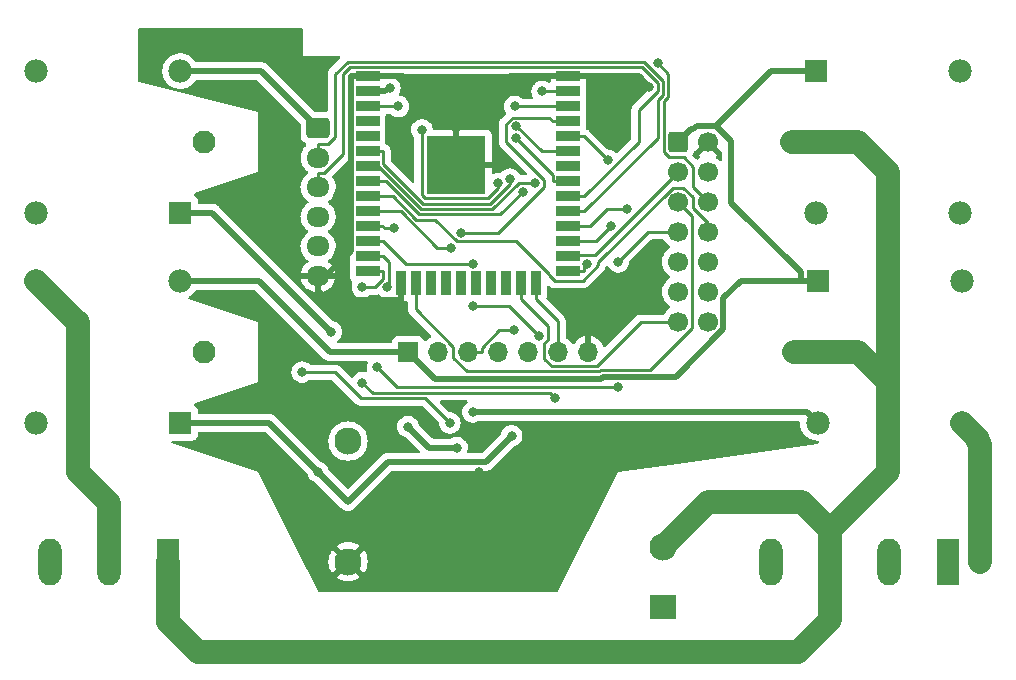
<source format=gbr>
%TF.GenerationSoftware,KiCad,Pcbnew,(6.0.4)*%
%TF.CreationDate,2022-04-23T22:51:50+05:30*%
%TF.ProjectId,esp32 switch,65737033-3220-4737-9769-7463682e6b69,rev?*%
%TF.SameCoordinates,Original*%
%TF.FileFunction,Copper,L1,Top*%
%TF.FilePolarity,Positive*%
%FSLAX46Y46*%
G04 Gerber Fmt 4.6, Leading zero omitted, Abs format (unit mm)*
G04 Created by KiCad (PCBNEW (6.0.4)) date 2022-04-23 22:51:50*
%MOMM*%
%LPD*%
G01*
G04 APERTURE LIST*
G04 Aperture macros list*
%AMRoundRect*
0 Rectangle with rounded corners*
0 $1 Rounding radius*
0 $2 $3 $4 $5 $6 $7 $8 $9 X,Y pos of 4 corners*
0 Add a 4 corners polygon primitive as box body*
4,1,4,$2,$3,$4,$5,$6,$7,$8,$9,$2,$3,0*
0 Add four circle primitives for the rounded corners*
1,1,$1+$1,$2,$3*
1,1,$1+$1,$4,$5*
1,1,$1+$1,$6,$7*
1,1,$1+$1,$8,$9*
0 Add four rect primitives between the rounded corners*
20,1,$1+$1,$2,$3,$4,$5,0*
20,1,$1+$1,$4,$5,$6,$7,0*
20,1,$1+$1,$6,$7,$8,$9,0*
20,1,$1+$1,$8,$9,$2,$3,0*%
G04 Aperture macros list end*
%TA.AperFunction,ComponentPad*%
%ADD10RoundRect,0.250000X-0.600000X-0.600000X0.600000X-0.600000X0.600000X0.600000X-0.600000X0.600000X0*%
%TD*%
%TA.AperFunction,ComponentPad*%
%ADD11C,1.700000*%
%TD*%
%TA.AperFunction,ComponentPad*%
%ADD12R,2.300000X2.000000*%
%TD*%
%TA.AperFunction,ComponentPad*%
%ADD13C,2.300000*%
%TD*%
%TA.AperFunction,ComponentPad*%
%ADD14R,1.980000X1.980000*%
%TD*%
%TA.AperFunction,ComponentPad*%
%ADD15C,1.980000*%
%TD*%
%TA.AperFunction,ComponentPad*%
%ADD16C,1.935000*%
%TD*%
%TA.AperFunction,ComponentPad*%
%ADD17R,1.700000X1.700000*%
%TD*%
%TA.AperFunction,ComponentPad*%
%ADD18O,1.700000X1.700000*%
%TD*%
%TA.AperFunction,SMDPad,CuDef*%
%ADD19R,2.000000X0.900000*%
%TD*%
%TA.AperFunction,SMDPad,CuDef*%
%ADD20R,0.900000X2.000000*%
%TD*%
%TA.AperFunction,SMDPad,CuDef*%
%ADD21R,5.000000X5.000000*%
%TD*%
%TA.AperFunction,ComponentPad*%
%ADD22R,1.980000X3.960000*%
%TD*%
%TA.AperFunction,ComponentPad*%
%ADD23O,1.980000X3.960000*%
%TD*%
%TA.AperFunction,ComponentPad*%
%ADD24RoundRect,0.250000X-0.725000X0.600000X-0.725000X-0.600000X0.725000X-0.600000X0.725000X0.600000X0*%
%TD*%
%TA.AperFunction,ComponentPad*%
%ADD25O,1.950000X1.700000*%
%TD*%
%TA.AperFunction,ViaPad*%
%ADD26C,0.800000*%
%TD*%
%TA.AperFunction,Conductor*%
%ADD27C,2.000000*%
%TD*%
%TA.AperFunction,Conductor*%
%ADD28C,0.500000*%
%TD*%
%TA.AperFunction,Conductor*%
%ADD29C,0.250000*%
%TD*%
G04 APERTURE END LIST*
D10*
%TO.P,J3,1,Pin_1*%
%TO.N,VCC*%
X147320000Y-63500000D03*
D11*
%TO.P,J3,2,Pin_2*%
%TO.N,GND*%
X149860000Y-63500000D03*
%TO.P,J3,3,Pin_3*%
%TO.N,Net-(J3-Pad3)*%
X147320000Y-66040000D03*
%TO.P,J3,4,Pin_4*%
%TO.N,Net-(J3-Pad4)*%
X149860000Y-66040000D03*
%TO.P,J3,5,Pin_5*%
%TO.N,Net-(J3-Pad5)*%
X147320000Y-68580000D03*
%TO.P,J3,6,Pin_6*%
%TO.N,Net-(J3-Pad6)*%
X149860000Y-68580000D03*
%TO.P,J3,7,Pin_7*%
%TO.N,Net-(J3-Pad7)*%
X147320000Y-71120000D03*
%TO.P,J3,8,Pin_8*%
%TO.N,Net-(J3-Pad8)*%
X149860000Y-71120000D03*
%TO.P,J3,9,Pin_9*%
%TO.N,Net-(J3-Pad9)*%
X147320000Y-73660000D03*
%TO.P,J3,10,Pin_10*%
%TO.N,Net-(J3-Pad10)*%
X149860000Y-73660000D03*
%TO.P,J3,11,Pin_11*%
%TO.N,Net-(J3-Pad11)*%
X147320000Y-76200000D03*
%TO.P,J3,12,Pin_12*%
%TO.N,Net-(J3-Pad12)*%
X149860000Y-76200000D03*
%TO.P,J3,13,Pin_13*%
%TO.N,Net-(J3-Pad13)*%
X147320000Y-78740000D03*
%TO.P,J3,14,Pin_14*%
%TO.N,Net-(J3-Pad14)*%
X149860000Y-78740000D03*
%TD*%
D12*
%TO.P,PS1,1,AC/L*%
%TO.N,AC*%
X146050000Y-102830000D03*
D13*
%TO.P,PS1,2,AC/N*%
%TO.N,Earth*%
X146050000Y-97830000D03*
%TO.P,PS1,3,-Vout*%
%TO.N,GND*%
X119380000Y-99020000D03*
%TO.P,PS1,4,+Vout*%
%TO.N,VCC*%
X119380000Y-88820000D03*
%TD*%
D14*
%TO.P,K3,A1*%
%TO.N,Net-(D3-Pad2)*%
X105160000Y-69500000D03*
D15*
%TO.P,K3,A2*%
%TO.N,VCC*%
X105160000Y-57500000D03*
D16*
%TO.P,K3,COM*%
%TO.N,Earth*%
X107160000Y-63500000D03*
D15*
%TO.P,K3,NC*%
%TO.N,unconnected-(K3-PadNC)*%
X92960000Y-69500000D03*
%TO.P,K3,NO*%
%TO.N,Net-(J2-Pad3)*%
X92960000Y-57500000D03*
%TD*%
D17*
%TO.P,J6,1,Pin_1*%
%TO.N,VCC*%
X124460000Y-81280000D03*
D18*
%TO.P,J6,2,Pin_2*%
%TO.N,Net-(J6-Pad2)*%
X127000000Y-81280000D03*
%TO.P,J6,3,Pin_3*%
%TO.N,Net-(J6-Pad3)*%
X129540000Y-81280000D03*
%TO.P,J6,4,Pin_4*%
%TO.N,Net-(J6-Pad4)*%
X132080000Y-81280000D03*
%TO.P,J6,5,Pin_5*%
%TO.N,Net-(J6-Pad5)*%
X134620000Y-81280000D03*
%TO.P,J6,6,Pin_6*%
%TO.N,Net-(J6-Pad6)*%
X137160000Y-81280000D03*
%TO.P,J6,7,Pin_7*%
%TO.N,GND*%
X139700000Y-81280000D03*
%TD*%
D14*
%TO.P,K4,A1*%
%TO.N,Net-(D4-Pad2)*%
X105160000Y-87280000D03*
D15*
%TO.P,K4,A2*%
%TO.N,VCC*%
X105160000Y-75280000D03*
D16*
%TO.P,K4,COM*%
%TO.N,Earth*%
X107160000Y-81280000D03*
D15*
%TO.P,K4,NC*%
%TO.N,unconnected-(K4-PadNC)*%
X92960000Y-87280000D03*
%TO.P,K4,NO*%
%TO.N,Net-(J2-Pad2)*%
X92960000Y-75280000D03*
%TD*%
D14*
%TO.P,K1,A1*%
%TO.N,VCC*%
X159140000Y-75280000D03*
D15*
%TO.P,K1,A2*%
%TO.N,Net-(D1-Pad2)*%
X159140000Y-87280000D03*
D16*
%TO.P,K1,COM*%
%TO.N,Earth*%
X157140000Y-81280000D03*
D15*
%TO.P,K1,NC*%
%TO.N,unconnected-(K1-PadNC)*%
X171340000Y-75280000D03*
%TO.P,K1,NO*%
%TO.N,Net-(J1-Pad1)*%
X171340000Y-87280000D03*
%TD*%
D19*
%TO.P,U2,1,GND*%
%TO.N,GND*%
X121040000Y-57955000D03*
%TO.P,U2,2,VDD*%
%TO.N,Net-(C1-Pad1)*%
X121040000Y-59225000D03*
%TO.P,U2,3,EN*%
%TO.N,Net-(J6-Pad2)*%
X121040000Y-60495000D03*
%TO.P,U2,4,SENSOR_VP*%
%TO.N,unconnected-(U2-Pad4)*%
X121040000Y-61765000D03*
%TO.P,U2,5,SENSOR_VN*%
%TO.N,unconnected-(U2-Pad5)*%
X121040000Y-63035000D03*
%TO.P,U2,6,IO34*%
%TO.N,Net-(J3-Pad6)*%
X121040000Y-64305000D03*
%TO.P,U2,7,IO35*%
%TO.N,Net-(J3-Pad4)*%
X121040000Y-65575000D03*
%TO.P,U2,8,IO32*%
%TO.N,Net-(J3-Pad10)*%
X121040000Y-66845000D03*
%TO.P,U2,9,IO33*%
%TO.N,Net-(J3-Pad8)*%
X121040000Y-68115000D03*
%TO.P,U2,10,IO25*%
%TO.N,Net-(R2-Pad2)*%
X121040000Y-69385000D03*
%TO.P,U2,11,IO26*%
%TO.N,Net-(R1-Pad2)*%
X121040000Y-70655000D03*
%TO.P,U2,12,IO27*%
%TO.N,Net-(J3-Pad9)*%
X121040000Y-71925000D03*
%TO.P,U2,13,IO14*%
%TO.N,Net-(J3-Pad7)*%
X121040000Y-73195000D03*
%TO.P,U2,14,IO12*%
%TO.N,Net-(J3-Pad11)*%
X121040000Y-74465000D03*
D20*
%TO.P,U2,15,GND*%
%TO.N,GND*%
X123825000Y-75465000D03*
%TO.P,U2,16,IO13*%
%TO.N,Net-(J3-Pad5)*%
X125095000Y-75465000D03*
%TO.P,U2,17,SHD/SD2*%
%TO.N,unconnected-(U2-Pad17)*%
X126365000Y-75465000D03*
%TO.P,U2,18,SWP/SD3*%
%TO.N,unconnected-(U2-Pad18)*%
X127635000Y-75465000D03*
%TO.P,U2,19,SCS/CMD*%
%TO.N,unconnected-(U2-Pad19)*%
X128905000Y-75465000D03*
%TO.P,U2,20,SCK/CLK*%
%TO.N,unconnected-(U2-Pad20)*%
X130175000Y-75465000D03*
%TO.P,U2,21,SDO/SD0*%
%TO.N,unconnected-(U2-Pad21)*%
X131445000Y-75465000D03*
%TO.P,U2,22,SDI/SD1*%
%TO.N,unconnected-(U2-Pad22)*%
X132715000Y-75465000D03*
%TO.P,U2,23,IO15*%
%TO.N,Net-(J3-Pad13)*%
X133985000Y-75465000D03*
%TO.P,U2,24,IO2*%
%TO.N,Net-(J6-Pad6)*%
X135255000Y-75465000D03*
D19*
%TO.P,U2,25,IO0*%
%TO.N,Net-(J6-Pad3)*%
X138040000Y-74465000D03*
%TO.P,U2,26,IO4*%
%TO.N,Net-(J3-Pad3)*%
X138040000Y-73195000D03*
%TO.P,U2,27,IO16*%
%TO.N,Net-(J3-Pad14)*%
X138040000Y-71925000D03*
%TO.P,U2,28,IO17*%
%TO.N,Net-(J3-Pad12)*%
X138040000Y-70655000D03*
%TO.P,U2,29,IO5*%
%TO.N,Net-(J5-Pad2)*%
X138040000Y-69385000D03*
%TO.P,U2,30,IO18*%
%TO.N,Net-(J5-Pad3)*%
X138040000Y-68115000D03*
%TO.P,U2,31,IO19*%
%TO.N,Net-(J5-Pad4)*%
X138040000Y-66845000D03*
%TO.P,U2,32,NC*%
%TO.N,unconnected-(U2-Pad32)*%
X138040000Y-65575000D03*
%TO.P,U2,33,IO21*%
%TO.N,Net-(J5-Pad5)*%
X138040000Y-64305000D03*
%TO.P,U2,34,RXD0/IO3*%
%TO.N,Net-(J6-Pad5)*%
X138040000Y-63035000D03*
%TO.P,U2,35,TXD0/IO1*%
%TO.N,Net-(J6-Pad4)*%
X138040000Y-61765000D03*
%TO.P,U2,36,IO22*%
%TO.N,Net-(R3-Pad2)*%
X138040000Y-60495000D03*
%TO.P,U2,37,IO23*%
%TO.N,Net-(R4-Pad2)*%
X138040000Y-59225000D03*
%TO.P,U2,38,GND*%
%TO.N,GND*%
X138040000Y-57955000D03*
D21*
%TO.P,U2,39,GND*%
X128540000Y-65455000D03*
%TD*%
D14*
%TO.P,K2,A1*%
%TO.N,VCC*%
X159000000Y-57500000D03*
D15*
%TO.P,K2,A2*%
%TO.N,Net-(D2-Pad2)*%
X159000000Y-69500000D03*
D16*
%TO.P,K2,COM*%
%TO.N,Earth*%
X157000000Y-63500000D03*
D15*
%TO.P,K2,NC*%
%TO.N,unconnected-(K2-PadNC)*%
X171200000Y-57500000D03*
%TO.P,K2,NO*%
%TO.N,Net-(J1-Pad2)*%
X171200000Y-69500000D03*
%TD*%
D22*
%TO.P,J1,1,Pin_1*%
%TO.N,Net-(J1-Pad1)*%
X170180000Y-99060000D03*
D23*
%TO.P,J1,2,Pin_2*%
%TO.N,Net-(J1-Pad2)*%
X165180000Y-99060000D03*
%TO.P,J1,3,Pin_3*%
%TO.N,Earth*%
X160180000Y-99060000D03*
%TO.P,J1,4,Pin_4*%
%TO.N,AC*%
X155180000Y-99060000D03*
%TD*%
D22*
%TO.P,J2,1,Pin_1*%
%TO.N,Earth*%
X104140000Y-99060000D03*
D23*
%TO.P,J2,2,Pin_2*%
%TO.N,Net-(J2-Pad2)*%
X99140000Y-99060000D03*
%TO.P,J2,3,Pin_3*%
%TO.N,Net-(J2-Pad3)*%
X94140000Y-99060000D03*
%TD*%
D24*
%TO.P,J5,1,Pin_1*%
%TO.N,VCC*%
X116840000Y-62330000D03*
D25*
%TO.P,J5,2,Pin_2*%
%TO.N,Net-(J5-Pad2)*%
X116840000Y-64830000D03*
%TO.P,J5,3,Pin_3*%
%TO.N,Net-(J5-Pad3)*%
X116840000Y-67330000D03*
%TO.P,J5,4,Pin_4*%
%TO.N,Net-(J5-Pad4)*%
X116840000Y-69830000D03*
%TO.P,J5,5,Pin_5*%
%TO.N,Net-(J5-Pad5)*%
X116840000Y-72330000D03*
%TO.P,J5,6,Pin_6*%
%TO.N,GND*%
X116840000Y-74830000D03*
%TD*%
D26*
%TO.N,Net-(D1-Pad2)*%
X129941500Y-86360000D03*
%TO.N,Net-(D2-Pad2)*%
X124460000Y-87594200D03*
X128602500Y-89382200D03*
%TO.N,Net-(D3-Pad2)*%
X117964400Y-79570100D03*
%TO.N,Net-(D4-Pad2)*%
X133236400Y-88373700D03*
X116840000Y-91440000D03*
%TO.N,Net-(C1-Pad1)*%
X122909000Y-58908700D03*
%TO.N,GND*%
X144869500Y-58828700D03*
X130477500Y-91440000D03*
%TO.N,Net-(J5-Pad4)*%
X133571000Y-63160700D03*
%TO.N,Net-(J5-Pad5)*%
X133625400Y-62160300D03*
%TO.N,Net-(Q2-Pad1)*%
X115489600Y-82978100D03*
X128000300Y-87286200D03*
X125637500Y-62466900D03*
X132085500Y-67014300D03*
%TO.N,Net-(R1-Pad2)*%
X123258500Y-70744000D03*
%TO.N,Net-(R2-Pad2)*%
X128104500Y-72437800D03*
%TO.N,Net-(R3-Pad2)*%
X133498400Y-60495000D03*
%TO.N,Net-(R4-Pad2)*%
X135812200Y-59225000D03*
%TO.N,Net-(J3-Pad4)*%
X135231000Y-66987100D03*
%TO.N,Net-(J3-Pad6)*%
X133088000Y-66642700D03*
X145629100Y-56838800D03*
%TO.N,Net-(J3-Pad7)*%
X121872300Y-82590600D03*
X122719600Y-75817800D03*
X142255500Y-84214200D03*
X142255500Y-73652200D03*
%TO.N,Net-(J3-Pad9)*%
X129939700Y-73844400D03*
X129939700Y-77364900D03*
X135560700Y-79948700D03*
%TO.N,Net-(J3-Pad10)*%
X134162800Y-67693400D03*
%TO.N,Net-(J6-Pad2)*%
X123647200Y-60495000D03*
%TO.N,Net-(J6-Pad3)*%
X133440400Y-79450700D03*
X139641700Y-73789700D03*
%TO.N,Net-(J6-Pad4)*%
X128944000Y-71170100D03*
%TO.N,Net-(J6-Pad5)*%
X141348500Y-65057200D03*
%TO.N,Net-(J3-Pad11)*%
X120591400Y-75810800D03*
X120591400Y-83870800D03*
X136906800Y-85181600D03*
%TO.N,Net-(J3-Pad12)*%
X143027100Y-69204900D03*
%TO.N,Net-(J3-Pad14)*%
X141664700Y-70642400D03*
%TD*%
D27*
%TO.N,Earth*%
X160180000Y-103980000D02*
X160180000Y-99060000D01*
X157480000Y-106680000D02*
X160180000Y-103980000D01*
X106680000Y-106680000D02*
X157480000Y-106680000D01*
X104140000Y-99060000D02*
X104140000Y-104140000D01*
X104140000Y-104140000D02*
X106680000Y-106680000D01*
X157800000Y-93980000D02*
X160180000Y-96360000D01*
X147320000Y-96520000D02*
X149860000Y-93980000D01*
X147320000Y-96560000D02*
X147320000Y-96520000D01*
X146050000Y-97830000D02*
X147320000Y-96560000D01*
X149860000Y-93980000D02*
X157800000Y-93980000D01*
X160180000Y-96360000D02*
X160180000Y-99060000D01*
X165100000Y-91440000D02*
X160180000Y-96360000D01*
X165100000Y-83820000D02*
X165100000Y-91440000D01*
D28*
%TO.N,VCC*%
X148895200Y-62127800D02*
X150547400Y-62127800D01*
X112010000Y-57500000D02*
X105160000Y-57500000D01*
X147113100Y-83363900D02*
X141000000Y-83363900D01*
X159140000Y-57500000D02*
X155175300Y-57500000D01*
X111829800Y-75280000D02*
X117829800Y-81280000D01*
X151160400Y-76745600D02*
X151160400Y-79316600D01*
X152626000Y-75280000D02*
X151160400Y-76745600D01*
X148414700Y-62405300D02*
X148617700Y-62405300D01*
X126734000Y-83554000D02*
X124460000Y-81280000D01*
X157699700Y-74533800D02*
X151803500Y-68637600D01*
X117829800Y-81280000D02*
X124460000Y-81280000D01*
X150547400Y-62127800D02*
X150547500Y-62127800D01*
X147320000Y-63500000D02*
X148414700Y-62405300D01*
X159140000Y-75280000D02*
X157699700Y-75280000D01*
X157699700Y-75280000D02*
X152626000Y-75280000D01*
X148617700Y-62405300D02*
X148895200Y-62127800D01*
X155175300Y-57500000D02*
X150547500Y-62127800D01*
X105160000Y-75280000D02*
X111829800Y-75280000D01*
X151803500Y-68637600D02*
X151803500Y-63383900D01*
X140809900Y-83554000D02*
X126734000Y-83554000D01*
X116840000Y-62330000D02*
X112010000Y-57500000D01*
X151160400Y-79316600D02*
X147113100Y-83363900D01*
X157699700Y-75280000D02*
X157699700Y-74533800D01*
X151803500Y-63383900D02*
X150547500Y-62127800D01*
X141000000Y-83363900D02*
X140809900Y-83554000D01*
%TO.N,Net-(D1-Pad2)*%
X159140000Y-87280000D02*
X158220000Y-86360000D01*
X158220000Y-86360000D02*
X129941500Y-86360000D01*
%TO.N,Net-(D2-Pad2)*%
X124460000Y-87594200D02*
X126248000Y-89382200D01*
X126248000Y-89382200D02*
X128602500Y-89382200D01*
%TO.N,Net-(D3-Pad2)*%
X107894300Y-69500000D02*
X117964400Y-79570100D01*
X105160000Y-69500000D02*
X107894300Y-69500000D01*
%TO.N,Net-(D4-Pad2)*%
X122769511Y-90590489D02*
X131019611Y-90590489D01*
X131019611Y-90590489D02*
X133236400Y-88373700D01*
X116840000Y-91440000D02*
X112680000Y-87280000D01*
X119380000Y-93980000D02*
X122769511Y-90590489D01*
X112680000Y-87280000D02*
X105160000Y-87280000D01*
X116840000Y-91440000D02*
X119380000Y-93980000D01*
%TO.N,Net-(C1-Pad1)*%
X122806600Y-58908700D02*
X122909000Y-58908700D01*
X121040000Y-59225000D02*
X122490300Y-59225000D01*
X122490300Y-59225000D02*
X122806600Y-58908700D01*
%TO.N,GND*%
X123825000Y-76190100D02*
X123825000Y-75465000D01*
X125397500Y-96520000D02*
X130477500Y-91440000D01*
X116840000Y-76130300D02*
X117625000Y-76915300D01*
X143995800Y-57955000D02*
X144869500Y-58828700D01*
X121880000Y-96520000D02*
X125397500Y-96520000D01*
X119589700Y-72730400D02*
X119589700Y-57955000D01*
X123990300Y-57955000D02*
X121040000Y-57955000D01*
X133089700Y-57955000D02*
X128540000Y-62504700D01*
X138040000Y-57955000D02*
X133089700Y-57955000D01*
X138040000Y-57955000D02*
X143995800Y-57955000D01*
X117625000Y-76915300D02*
X123825000Y-76915300D01*
X128540000Y-62504700D02*
X123990300Y-57955000D01*
X123825000Y-76190100D02*
X123825000Y-76915300D01*
X128540000Y-65239900D02*
X128540000Y-62504700D01*
X116840000Y-74830000D02*
X116840000Y-75480100D01*
X116840000Y-75480100D02*
X116840000Y-76130300D01*
X119380000Y-99020000D02*
X121880000Y-96520000D01*
X116840000Y-75480100D02*
X119589700Y-72730400D01*
X128540000Y-65239900D02*
X128540000Y-65455000D01*
X121040000Y-57955000D02*
X119589700Y-57955000D01*
D27*
%TO.N,Earth*%
X165100000Y-83820000D02*
X165100000Y-66040000D01*
X165100000Y-66040000D02*
X162560000Y-63500000D01*
X162560000Y-63500000D02*
X157000000Y-63500000D01*
X162560000Y-81280000D02*
X165100000Y-83820000D01*
X157140000Y-81280000D02*
X162560000Y-81280000D01*
%TO.N,Net-(J1-Pad1)*%
X172860000Y-89040000D02*
X172860000Y-99060000D01*
X172720000Y-88660000D02*
X172720000Y-88900000D01*
X171340000Y-87280000D02*
X172720000Y-88660000D01*
X172720000Y-88900000D02*
X172860000Y-89040000D01*
D29*
%TO.N,Net-(J3-Pad3)*%
X138170600Y-73064400D02*
X138040000Y-73195000D01*
X140295600Y-73064400D02*
X138170600Y-73064400D01*
X147320000Y-66040000D02*
X140295600Y-73064400D01*
%TO.N,Net-(J5-Pad2)*%
X118285600Y-57750200D02*
X118285600Y-63090600D01*
X146045200Y-59515600D02*
X146045200Y-58313400D01*
X145594900Y-59965900D02*
X146045200Y-59515600D01*
X117721500Y-63654700D02*
X116840000Y-63654700D01*
X144420000Y-56688200D02*
X119347600Y-56688200D01*
X116840000Y-64830000D02*
X116840000Y-63654700D01*
X119347600Y-56688200D02*
X118285600Y-57750200D01*
X138040000Y-69385000D02*
X139365300Y-69385000D01*
X139365300Y-69385000D02*
X145594900Y-63155400D01*
X146045200Y-58313400D02*
X144420000Y-56688200D01*
X145594900Y-63155400D02*
X145594900Y-59965900D01*
X118285600Y-63090600D02*
X117721500Y-63654700D01*
%TO.N,Net-(J5-Pad3)*%
X145594900Y-58500000D02*
X145594900Y-59216200D01*
X116840000Y-67330000D02*
X116840000Y-66154700D01*
X143993700Y-63486600D02*
X139365300Y-68115000D01*
X118960800Y-64548100D02*
X118960800Y-57711900D01*
X117354200Y-66154700D02*
X118960800Y-64548100D01*
X143993700Y-60817400D02*
X143993700Y-63486600D01*
X144233400Y-57138500D02*
X145594900Y-58500000D01*
X119534200Y-57138500D02*
X144233400Y-57138500D01*
X145594900Y-59216200D02*
X143993700Y-60817400D01*
X138040000Y-68115000D02*
X139365300Y-68115000D01*
X118960800Y-57711900D02*
X119534200Y-57138500D01*
X116840000Y-66154700D02*
X117354200Y-66154700D01*
%TO.N,Net-(J5-Pad4)*%
X138040000Y-66845000D02*
X136714700Y-66845000D01*
X136714700Y-66304400D02*
X133571000Y-63160700D01*
X136714700Y-66845000D02*
X136714700Y-66304400D01*
%TO.N,Net-(J5-Pad5)*%
X138040000Y-64305000D02*
X135770100Y-64305000D01*
X135770100Y-64305000D02*
X133625400Y-62160300D01*
%TO.N,Net-(Q2-Pad1)*%
X132085500Y-67014300D02*
X132085500Y-67406400D01*
X118246000Y-82978100D02*
X115489600Y-82978100D01*
X125895700Y-85181600D02*
X120449500Y-85181600D01*
X120449500Y-85181600D02*
X118246000Y-82978100D01*
X125905200Y-68280300D02*
X125637500Y-68012600D01*
X132085500Y-67406400D02*
X131211600Y-68280300D01*
X128000300Y-87286200D02*
X125895700Y-85181600D01*
X131211600Y-68280300D02*
X125905200Y-68280300D01*
X125637500Y-68012600D02*
X125637500Y-62466900D01*
%TO.N,Net-(R1-Pad2)*%
X122454300Y-70744000D02*
X123258500Y-70744000D01*
X121040000Y-70655000D02*
X122365300Y-70655000D01*
X122365300Y-70655000D02*
X122454300Y-70744000D01*
%TO.N,Net-(R2-Pad2)*%
X123825400Y-69385000D02*
X126878200Y-72437800D01*
X121040000Y-69385000D02*
X123825400Y-69385000D01*
X126878200Y-72437800D02*
X128104500Y-72437800D01*
%TO.N,Net-(R3-Pad2)*%
X138040000Y-60495000D02*
X133498400Y-60495000D01*
%TO.N,Net-(R4-Pad2)*%
X138040000Y-59225000D02*
X135812200Y-59225000D01*
%TO.N,Net-(J3-Pad4)*%
X121040000Y-65575000D02*
X121926100Y-65575000D01*
X133825600Y-66940100D02*
X135184000Y-66940100D01*
X125532000Y-69180900D02*
X131584800Y-69180900D01*
X135184000Y-66940100D02*
X135231000Y-66987100D01*
X121926100Y-65575000D02*
X125532000Y-69180900D01*
X131584800Y-69180900D02*
X133825600Y-66940100D01*
%TO.N,Net-(J3-Pad5)*%
X144983300Y-82788600D02*
X140761600Y-82788600D01*
X125095000Y-77680000D02*
X125095000Y-75465000D01*
X140761600Y-82788600D02*
X140636400Y-82913800D01*
X147320000Y-68580000D02*
X148540000Y-69800000D01*
X148540000Y-69800000D02*
X148540000Y-79231900D01*
X148540000Y-79231900D02*
X144983300Y-82788600D01*
X140636400Y-82913800D02*
X129423200Y-82913800D01*
X128270000Y-80855000D02*
X125095000Y-77680000D01*
X128270000Y-81760600D02*
X128270000Y-80855000D01*
X129423200Y-82913800D02*
X128270000Y-81760600D01*
%TO.N,Net-(J3-Pad6)*%
X147784900Y-64770500D02*
X146555100Y-64770500D01*
X131398200Y-68730600D02*
X133088000Y-67040800D01*
X146143600Y-60054100D02*
X146495500Y-59702200D01*
X146495500Y-59702200D02*
X146495500Y-57705200D01*
X121040000Y-64305000D02*
X122365300Y-64305000D01*
X149860000Y-68580000D02*
X148590000Y-67310000D01*
X133088000Y-67040800D02*
X133088000Y-66642700D01*
X148590000Y-67310000D02*
X148590000Y-65575600D01*
X146555100Y-64770500D02*
X146143600Y-64359000D01*
X146495500Y-57705200D02*
X145629100Y-56838800D01*
X146143600Y-64359000D02*
X146143600Y-60054100D01*
X122365300Y-65377300D02*
X125718600Y-68730600D01*
X122365300Y-64305000D02*
X122365300Y-65377300D01*
X125718600Y-68730600D02*
X131398200Y-68730600D01*
X148590000Y-65575600D02*
X147784900Y-64770500D01*
%TO.N,Net-(J3-Pad7)*%
X122815700Y-75721700D02*
X122719600Y-75817800D01*
X144787700Y-71120000D02*
X142255500Y-73652200D01*
X123495900Y-84214200D02*
X142255500Y-84214200D01*
X122815700Y-73645400D02*
X122815700Y-75721700D01*
X121040000Y-73195000D02*
X122365300Y-73195000D01*
X121872300Y-82590600D02*
X123495900Y-84214200D01*
X122365300Y-73195000D02*
X122815700Y-73645400D01*
X147320000Y-71120000D02*
X144787700Y-71120000D01*
%TO.N,Net-(J3-Pad8)*%
X146857800Y-67364700D02*
X147771100Y-67364700D01*
X136399100Y-74688200D02*
X136399100Y-74774400D01*
X121040000Y-68115000D02*
X123192300Y-68115000D01*
X149860000Y-70362600D02*
X149860000Y-71120000D01*
X133606400Y-71895500D02*
X136399100Y-74688200D01*
X148590000Y-69092600D02*
X149860000Y-70362600D01*
X140557800Y-73954700D02*
X140557800Y-73664700D01*
X147771100Y-67364700D02*
X148590000Y-68183600D01*
X140557800Y-73664700D02*
X146857800Y-67364700D01*
X125158800Y-70081500D02*
X126774100Y-70081500D01*
X128588100Y-71895500D02*
X133606400Y-71895500D01*
X139272200Y-75240300D02*
X140557800Y-73954700D01*
X123192300Y-68115000D02*
X125158800Y-70081500D01*
X148590000Y-68183600D02*
X148590000Y-69092600D01*
X136865000Y-75240300D02*
X139272200Y-75240300D01*
X136399100Y-74774400D02*
X136865000Y-75240300D01*
X126774100Y-70081500D02*
X128588100Y-71895500D01*
%TO.N,Net-(J3-Pad9)*%
X124284700Y-73844400D02*
X129939700Y-73844400D01*
X132976900Y-77364900D02*
X129939700Y-77364900D01*
X135560700Y-79948700D02*
X132976900Y-77364900D01*
X122365300Y-71925000D02*
X124284700Y-73844400D01*
X121040000Y-71925000D02*
X122365300Y-71925000D01*
%TO.N,Net-(J3-Pad10)*%
X121040000Y-66845000D02*
X122559200Y-66845000D01*
X132225000Y-69631200D02*
X134162800Y-67693400D01*
X122559200Y-66845000D02*
X125345400Y-69631200D01*
X125345400Y-69631200D02*
X132225000Y-69631200D01*
%TO.N,Net-(J6-Pad2)*%
X121040000Y-60495000D02*
X123647200Y-60495000D01*
%TO.N,Net-(J6-Pad3)*%
X139365300Y-74465000D02*
X139365300Y-74066100D01*
X132177300Y-79450700D02*
X133440400Y-79450700D01*
X129540000Y-81280000D02*
X130715300Y-81280000D01*
X130715300Y-81280000D02*
X130715300Y-80912700D01*
X138040000Y-74465000D02*
X139365300Y-74465000D01*
X139365300Y-74066100D02*
X139641700Y-73789700D01*
X130715300Y-80912700D02*
X132177300Y-79450700D01*
%TO.N,Net-(J6-Pad4)*%
X135984800Y-66687000D02*
X135984800Y-67271200D01*
X132793600Y-61966400D02*
X132793600Y-63495800D01*
X138040000Y-61765000D02*
X136714700Y-61765000D01*
X136714700Y-61765000D02*
X136384700Y-61435000D01*
X132793600Y-63495800D02*
X135984800Y-66687000D01*
X135984800Y-67271200D02*
X132085900Y-71170100D01*
X132085900Y-71170100D02*
X128944000Y-71170100D01*
X136384700Y-61435000D02*
X133325000Y-61435000D01*
X133325000Y-61435000D02*
X132793600Y-61966400D01*
%TO.N,Net-(J6-Pad5)*%
X141348500Y-65018200D02*
X141348500Y-65057200D01*
X138040000Y-63035000D02*
X139365300Y-63035000D01*
X139365300Y-63035000D02*
X141348500Y-65018200D01*
%TO.N,Net-(J6-Pad6)*%
X137160000Y-80104700D02*
X137160000Y-78695300D01*
X137160000Y-81280000D02*
X137160000Y-80104700D01*
X137160000Y-78695300D02*
X135255000Y-76790300D01*
X135255000Y-75465000D02*
X135255000Y-76790300D01*
%TO.N,Net-(J3-Pad11)*%
X121040000Y-74465000D02*
X122365300Y-74465000D01*
X122365300Y-75108100D02*
X121662600Y-75810800D01*
X136456500Y-84731300D02*
X121451900Y-84731300D01*
X121451900Y-84731300D02*
X120591400Y-83870800D01*
X136906800Y-85181600D02*
X136456500Y-84731300D01*
X121662600Y-75810800D02*
X120591400Y-75810800D01*
X122365300Y-74465000D02*
X122365300Y-75108100D01*
%TO.N,Net-(J3-Pad12)*%
X141302200Y-69204900D02*
X139852100Y-70655000D01*
X139852100Y-70655000D02*
X138040000Y-70655000D01*
X143027100Y-69204900D02*
X141302200Y-69204900D01*
%TO.N,Net-(J3-Pad13)*%
X147320000Y-78740000D02*
X144173300Y-78740000D01*
X136286000Y-79091300D02*
X133985000Y-76790300D01*
X144173300Y-78740000D02*
X140453700Y-82459600D01*
X136286000Y-80249200D02*
X136286000Y-79091300D01*
X133985000Y-75465000D02*
X133985000Y-76790300D01*
X136612100Y-82459600D02*
X135984600Y-81832100D01*
X140453700Y-82459600D02*
X136612100Y-82459600D01*
X135984600Y-81832100D02*
X135984600Y-80550600D01*
X135984600Y-80550600D02*
X136286000Y-80249200D01*
%TO.N,Net-(J3-Pad14)*%
X138040000Y-71925000D02*
X140382100Y-71925000D01*
X140382100Y-71925000D02*
X141664700Y-70642400D01*
D27*
%TO.N,Net-(J2-Pad2)*%
X96520000Y-78740000D02*
X96420000Y-78740000D01*
X96420000Y-78740000D02*
X92960000Y-75280000D01*
X99140000Y-94060000D02*
X96520000Y-91440000D01*
X99140000Y-94060000D02*
X99140000Y-99060000D01*
X96520000Y-91440000D02*
X96520000Y-78740000D01*
%TD*%
%TA.AperFunction,Conductor*%
%TO.N,GND*%
G36*
X111531550Y-76058502D02*
G01*
X111552524Y-76075405D01*
X117246030Y-81768911D01*
X117258416Y-81783323D01*
X117266949Y-81794918D01*
X117266954Y-81794923D01*
X117271292Y-81800818D01*
X117276870Y-81805557D01*
X117276873Y-81805560D01*
X117311568Y-81835035D01*
X117319084Y-81841965D01*
X117324779Y-81847660D01*
X117327661Y-81849940D01*
X117347051Y-81865281D01*
X117350455Y-81868072D01*
X117389213Y-81900999D01*
X117406085Y-81915333D01*
X117412601Y-81918661D01*
X117417650Y-81922028D01*
X117422779Y-81925195D01*
X117428516Y-81929734D01*
X117494675Y-81960655D01*
X117498569Y-81962558D01*
X117563608Y-81995769D01*
X117570716Y-81997508D01*
X117576359Y-81999607D01*
X117582122Y-82001524D01*
X117588750Y-82004622D01*
X117595912Y-82006112D01*
X117595913Y-82006112D01*
X117660212Y-82019486D01*
X117664496Y-82020456D01*
X117735410Y-82037808D01*
X117741012Y-82038156D01*
X117741015Y-82038156D01*
X117746564Y-82038500D01*
X117746562Y-82038536D01*
X117750555Y-82038775D01*
X117754747Y-82039149D01*
X117761915Y-82040640D01*
X117839320Y-82038546D01*
X117842728Y-82038500D01*
X120924889Y-82038500D01*
X120993010Y-82058502D01*
X121039503Y-82112158D01*
X121049607Y-82182432D01*
X121040316Y-82214640D01*
X121037773Y-82219044D01*
X121035733Y-82225324D01*
X121035732Y-82225325D01*
X121013478Y-82293816D01*
X120978758Y-82400672D01*
X120978068Y-82407233D01*
X120978068Y-82407235D01*
X120968112Y-82501965D01*
X120958796Y-82590600D01*
X120959486Y-82597165D01*
X120978066Y-82773940D01*
X120978758Y-82780528D01*
X120983519Y-82795179D01*
X120996415Y-82834869D01*
X120998443Y-82905837D01*
X120961780Y-82966635D01*
X120898068Y-82997961D01*
X120850386Y-82997053D01*
X120799418Y-82986219D01*
X120693344Y-82963672D01*
X120693339Y-82963672D01*
X120686887Y-82962300D01*
X120495913Y-82962300D01*
X120489461Y-82963672D01*
X120489456Y-82963672D01*
X120421580Y-82978100D01*
X120309112Y-83002006D01*
X120303082Y-83004691D01*
X120303081Y-83004691D01*
X120140678Y-83076997D01*
X120140676Y-83076998D01*
X120134648Y-83079682D01*
X119980147Y-83191934D01*
X119852360Y-83333856D01*
X119849059Y-83339574D01*
X119804634Y-83416520D01*
X119753252Y-83465513D01*
X119683538Y-83478949D01*
X119617627Y-83452563D01*
X119606420Y-83442615D01*
X118749652Y-82585847D01*
X118742112Y-82577561D01*
X118738000Y-82571082D01*
X118688348Y-82524456D01*
X118685507Y-82521702D01*
X118665770Y-82501965D01*
X118662573Y-82499485D01*
X118653551Y-82491780D01*
X118627100Y-82466941D01*
X118621321Y-82461514D01*
X118614375Y-82457695D01*
X118614372Y-82457693D01*
X118603566Y-82451752D01*
X118587047Y-82440901D01*
X118581048Y-82436248D01*
X118571041Y-82428486D01*
X118563772Y-82425341D01*
X118563768Y-82425338D01*
X118530463Y-82410926D01*
X118519813Y-82405709D01*
X118481060Y-82384405D01*
X118461437Y-82379367D01*
X118442734Y-82372963D01*
X118431420Y-82368067D01*
X118431419Y-82368067D01*
X118424145Y-82364919D01*
X118416322Y-82363680D01*
X118416312Y-82363677D01*
X118380476Y-82358001D01*
X118368856Y-82355595D01*
X118333711Y-82346572D01*
X118333710Y-82346572D01*
X118326030Y-82344600D01*
X118305776Y-82344600D01*
X118286065Y-82343049D01*
X118273886Y-82341120D01*
X118266057Y-82339880D01*
X118258165Y-82340626D01*
X118222039Y-82344041D01*
X118210181Y-82344600D01*
X116197800Y-82344600D01*
X116129679Y-82324598D01*
X116110453Y-82308257D01*
X116110180Y-82308560D01*
X116105268Y-82304137D01*
X116100853Y-82299234D01*
X116038509Y-82253938D01*
X115951694Y-82190863D01*
X115951693Y-82190862D01*
X115946352Y-82186982D01*
X115940324Y-82184298D01*
X115940322Y-82184297D01*
X115777919Y-82111991D01*
X115777918Y-82111991D01*
X115771888Y-82109306D01*
X115678488Y-82089453D01*
X115591544Y-82070972D01*
X115591539Y-82070972D01*
X115585087Y-82069600D01*
X115394113Y-82069600D01*
X115387661Y-82070972D01*
X115387656Y-82070972D01*
X115300712Y-82089453D01*
X115207312Y-82109306D01*
X115201282Y-82111991D01*
X115201281Y-82111991D01*
X115038878Y-82184297D01*
X115038876Y-82184298D01*
X115032848Y-82186982D01*
X114878347Y-82299234D01*
X114873926Y-82304144D01*
X114873925Y-82304145D01*
X114764803Y-82425338D01*
X114750560Y-82441156D01*
X114716880Y-82499492D01*
X114668069Y-82584035D01*
X114655073Y-82606544D01*
X114596058Y-82788172D01*
X114595368Y-82794733D01*
X114595368Y-82794735D01*
X114595288Y-82795500D01*
X114576096Y-82978100D01*
X114576786Y-82984665D01*
X114586773Y-83079682D01*
X114596058Y-83168028D01*
X114655073Y-83349656D01*
X114750560Y-83515044D01*
X114878347Y-83656966D01*
X115032848Y-83769218D01*
X115038876Y-83771902D01*
X115038878Y-83771903D01*
X115201281Y-83844209D01*
X115207312Y-83846894D01*
X115300713Y-83866747D01*
X115387656Y-83885228D01*
X115387661Y-83885228D01*
X115394113Y-83886600D01*
X115585087Y-83886600D01*
X115591539Y-83885228D01*
X115591544Y-83885228D01*
X115678487Y-83866747D01*
X115771888Y-83846894D01*
X115777919Y-83844209D01*
X115940322Y-83771903D01*
X115940324Y-83771902D01*
X115946352Y-83769218D01*
X116100853Y-83656966D01*
X116105268Y-83652063D01*
X116110180Y-83647640D01*
X116111305Y-83648889D01*
X116164614Y-83616049D01*
X116197800Y-83611600D01*
X117931406Y-83611600D01*
X117999527Y-83631602D01*
X118020501Y-83648505D01*
X119945843Y-85573847D01*
X119953387Y-85582137D01*
X119957500Y-85588618D01*
X119963277Y-85594043D01*
X120007167Y-85635258D01*
X120010009Y-85638013D01*
X120029731Y-85657735D01*
X120032855Y-85660158D01*
X120032859Y-85660162D01*
X120032924Y-85660212D01*
X120041945Y-85667917D01*
X120074179Y-85698186D01*
X120081127Y-85702005D01*
X120081129Y-85702007D01*
X120091932Y-85707946D01*
X120108459Y-85718802D01*
X120118198Y-85726357D01*
X120118200Y-85726358D01*
X120124460Y-85731214D01*
X120165040Y-85748774D01*
X120175688Y-85753991D01*
X120214440Y-85775295D01*
X120222116Y-85777266D01*
X120222119Y-85777267D01*
X120234062Y-85780333D01*
X120252767Y-85786737D01*
X120271355Y-85794781D01*
X120279178Y-85796020D01*
X120279188Y-85796023D01*
X120315024Y-85801699D01*
X120326644Y-85804105D01*
X120361789Y-85813128D01*
X120369470Y-85815100D01*
X120389724Y-85815100D01*
X120409434Y-85816651D01*
X120429443Y-85819820D01*
X120437335Y-85819074D01*
X120473461Y-85815659D01*
X120485319Y-85815100D01*
X125581106Y-85815100D01*
X125649227Y-85835102D01*
X125670201Y-85852005D01*
X126368123Y-86549928D01*
X127053178Y-87234983D01*
X127087204Y-87297295D01*
X127089393Y-87310906D01*
X127092480Y-87340283D01*
X127105754Y-87466572D01*
X127106758Y-87476128D01*
X127165773Y-87657756D01*
X127261260Y-87823144D01*
X127265678Y-87828051D01*
X127265679Y-87828052D01*
X127378335Y-87953169D01*
X127389047Y-87965066D01*
X127543548Y-88077318D01*
X127549576Y-88080002D01*
X127549578Y-88080003D01*
X127675467Y-88136052D01*
X127718012Y-88154994D01*
X127797849Y-88171964D01*
X127898356Y-88193328D01*
X127898361Y-88193328D01*
X127904813Y-88194700D01*
X128095787Y-88194700D01*
X128102239Y-88193328D01*
X128102244Y-88193328D01*
X128202751Y-88171964D01*
X128282588Y-88154994D01*
X128325133Y-88136052D01*
X128451022Y-88080003D01*
X128451024Y-88080002D01*
X128457052Y-88077318D01*
X128611553Y-87965066D01*
X128622265Y-87953169D01*
X128734921Y-87828052D01*
X128734922Y-87828051D01*
X128739340Y-87823144D01*
X128834827Y-87657756D01*
X128893842Y-87476128D01*
X128894847Y-87466572D01*
X128913114Y-87292765D01*
X128913804Y-87286200D01*
X128907785Y-87228929D01*
X128894532Y-87102835D01*
X128894532Y-87102833D01*
X128893842Y-87096272D01*
X128834827Y-86914644D01*
X128739340Y-86749256D01*
X128717866Y-86725406D01*
X128615975Y-86612245D01*
X128615974Y-86612244D01*
X128611553Y-86607334D01*
X128457052Y-86495082D01*
X128451024Y-86492398D01*
X128451022Y-86492397D01*
X128288619Y-86420091D01*
X128288618Y-86420091D01*
X128282588Y-86417406D01*
X128179529Y-86395500D01*
X128102244Y-86379072D01*
X128102239Y-86379072D01*
X128095787Y-86377700D01*
X128039894Y-86377700D01*
X127971773Y-86357698D01*
X127950803Y-86340799D01*
X127189898Y-85579893D01*
X127155874Y-85517583D01*
X127160939Y-85446767D01*
X127203486Y-85389932D01*
X127270006Y-85365121D01*
X127278995Y-85364800D01*
X129377855Y-85364800D01*
X129445976Y-85384802D01*
X129492469Y-85438458D01*
X129502573Y-85508732D01*
X129473079Y-85573312D01*
X129451916Y-85592736D01*
X129330247Y-85681134D01*
X129325826Y-85686044D01*
X129325825Y-85686045D01*
X129207644Y-85817299D01*
X129202460Y-85823056D01*
X129106973Y-85988444D01*
X129047958Y-86170072D01*
X129047268Y-86176633D01*
X129047268Y-86176635D01*
X129028686Y-86353435D01*
X129027996Y-86360000D01*
X129028686Y-86366565D01*
X129046969Y-86540514D01*
X129047958Y-86549928D01*
X129106973Y-86731556D01*
X129202460Y-86896944D01*
X129330247Y-87038866D01*
X129409259Y-87096272D01*
X129479404Y-87147235D01*
X129484748Y-87151118D01*
X129490776Y-87153802D01*
X129490778Y-87153803D01*
X129653181Y-87226109D01*
X129659212Y-87228794D01*
X129745372Y-87247108D01*
X129839556Y-87267128D01*
X129839561Y-87267128D01*
X129846013Y-87268500D01*
X130036987Y-87268500D01*
X130043439Y-87267128D01*
X130043444Y-87267128D01*
X130137628Y-87247108D01*
X130223788Y-87228794D01*
X130229819Y-87226109D01*
X130392222Y-87153803D01*
X130392224Y-87153802D01*
X130398252Y-87151118D01*
X130403591Y-87147239D01*
X130403598Y-87147235D01*
X130410028Y-87142563D01*
X130484087Y-87118500D01*
X157511169Y-87118500D01*
X157579290Y-87138502D01*
X157625783Y-87192158D01*
X157636254Y-87243295D01*
X157636813Y-87243263D01*
X157637110Y-87248416D01*
X157637110Y-87248421D01*
X157649861Y-87469565D01*
X157650997Y-87489266D01*
X157652134Y-87494312D01*
X157652135Y-87494318D01*
X157685062Y-87640424D01*
X157705170Y-87729649D01*
X157707112Y-87734431D01*
X157707113Y-87734435D01*
X157752562Y-87846361D01*
X157797876Y-87957956D01*
X157926625Y-88168056D01*
X157930009Y-88171962D01*
X157930010Y-88171964D01*
X157945924Y-88190335D01*
X158087961Y-88354307D01*
X158091936Y-88357607D01*
X158091940Y-88357611D01*
X158128201Y-88387715D01*
X158277550Y-88511707D01*
X158490300Y-88636028D01*
X158495120Y-88637868D01*
X158495125Y-88637871D01*
X158607827Y-88680907D01*
X158720499Y-88723932D01*
X158725567Y-88724963D01*
X158725570Y-88724964D01*
X158794417Y-88738971D01*
X158961964Y-88773059D01*
X158967137Y-88773249D01*
X158967140Y-88773249D01*
X159029838Y-88775548D01*
X159104308Y-88778278D01*
X159171649Y-88800762D01*
X159216145Y-88856085D01*
X159223667Y-88926682D01*
X159191827Y-88990139D01*
X159130735Y-89026309D01*
X159117509Y-89028927D01*
X146032964Y-90898148D01*
X142240000Y-91440000D01*
X142234431Y-91451138D01*
X137194826Y-101530349D01*
X137146471Y-101582333D01*
X137082128Y-101600000D01*
X116917872Y-101600000D01*
X116849751Y-101579998D01*
X116805174Y-101530349D01*
X116221102Y-100362204D01*
X118403151Y-100362204D01*
X118407720Y-100368735D01*
X118620736Y-100499271D01*
X118629530Y-100503752D01*
X118861492Y-100599834D01*
X118870877Y-100602883D01*
X119115017Y-100661496D01*
X119124764Y-100663039D01*
X119375070Y-100682739D01*
X119384930Y-100682739D01*
X119635236Y-100663039D01*
X119644983Y-100661496D01*
X119889123Y-100602883D01*
X119898508Y-100599834D01*
X120130470Y-100503752D01*
X120139264Y-100499271D01*
X120350875Y-100369596D01*
X120356922Y-100360330D01*
X120350915Y-100350125D01*
X119392812Y-99392022D01*
X119378868Y-99384408D01*
X119377035Y-99384539D01*
X119370420Y-99388790D01*
X118410544Y-100348666D01*
X118403151Y-100362204D01*
X116221102Y-100362204D01*
X115552465Y-99024930D01*
X117717261Y-99024930D01*
X117736961Y-99275236D01*
X117738504Y-99284983D01*
X117797117Y-99529123D01*
X117800166Y-99538508D01*
X117896248Y-99770470D01*
X117900729Y-99779264D01*
X118030404Y-99990875D01*
X118039670Y-99996922D01*
X118049875Y-99990915D01*
X119007978Y-99032812D01*
X119014356Y-99021132D01*
X119744408Y-99021132D01*
X119744539Y-99022965D01*
X119748790Y-99029580D01*
X120708666Y-99989456D01*
X120722204Y-99996849D01*
X120728735Y-99992280D01*
X120859271Y-99779264D01*
X120863752Y-99770470D01*
X120959834Y-99538508D01*
X120962883Y-99529123D01*
X121021496Y-99284983D01*
X121023039Y-99275236D01*
X121042739Y-99024930D01*
X121042739Y-99015070D01*
X121023039Y-98764764D01*
X121021496Y-98755017D01*
X120962883Y-98510877D01*
X120959834Y-98501492D01*
X120863752Y-98269530D01*
X120859271Y-98260736D01*
X120729596Y-98049125D01*
X120720330Y-98043078D01*
X120710125Y-98049085D01*
X119752022Y-99007188D01*
X119744408Y-99021132D01*
X119014356Y-99021132D01*
X119015592Y-99018868D01*
X119015461Y-99017035D01*
X119011210Y-99010420D01*
X118051334Y-98050544D01*
X118037796Y-98043151D01*
X118031265Y-98047720D01*
X117900729Y-98260736D01*
X117896248Y-98269530D01*
X117800166Y-98501492D01*
X117797117Y-98510877D01*
X117738504Y-98755017D01*
X117736961Y-98764764D01*
X117717261Y-99015070D01*
X117717261Y-99024930D01*
X115552465Y-99024930D01*
X114879835Y-97679670D01*
X118403078Y-97679670D01*
X118409085Y-97689875D01*
X119367188Y-98647978D01*
X119381132Y-98655592D01*
X119382965Y-98655461D01*
X119389580Y-98651210D01*
X120349456Y-97691334D01*
X120356849Y-97677796D01*
X120352280Y-97671265D01*
X120139264Y-97540729D01*
X120130470Y-97536248D01*
X119898508Y-97440166D01*
X119889123Y-97437117D01*
X119644983Y-97378504D01*
X119635236Y-97376961D01*
X119384930Y-97357261D01*
X119375070Y-97357261D01*
X119124764Y-97376961D01*
X119115017Y-97378504D01*
X118870877Y-97437117D01*
X118861492Y-97440166D01*
X118629530Y-97536248D01*
X118620736Y-97540729D01*
X118409125Y-97670404D01*
X118403078Y-97679670D01*
X114879835Y-97679670D01*
X111768101Y-91456202D01*
X111760000Y-91440000D01*
X104512102Y-89024034D01*
X104453802Y-88983517D01*
X104426663Y-88917912D01*
X104439300Y-88848049D01*
X104487702Y-88796109D01*
X104551947Y-88778500D01*
X106198134Y-88778500D01*
X106260316Y-88771745D01*
X106396705Y-88720615D01*
X106513261Y-88633261D01*
X106600615Y-88516705D01*
X106651745Y-88380316D01*
X106658500Y-88318134D01*
X106658500Y-88164500D01*
X106678502Y-88096379D01*
X106732158Y-88049886D01*
X106784500Y-88038500D01*
X112313629Y-88038500D01*
X112381750Y-88058502D01*
X112402724Y-88075405D01*
X115919875Y-91592556D01*
X115950613Y-91642714D01*
X116005473Y-91811556D01*
X116100960Y-91976944D01*
X116228747Y-92118866D01*
X116383248Y-92231118D01*
X116389276Y-92233802D01*
X116389278Y-92233803D01*
X116551681Y-92306109D01*
X116557712Y-92308794D01*
X116564167Y-92310166D01*
X116564176Y-92310169D01*
X116620772Y-92322199D01*
X116683669Y-92356350D01*
X118823969Y-94496650D01*
X118829315Y-94502337D01*
X118870000Y-94548404D01*
X118922677Y-94585632D01*
X118928132Y-94589713D01*
X118978716Y-94629734D01*
X118987321Y-94633756D01*
X119006682Y-94645001D01*
X119014440Y-94650484D01*
X119074305Y-94674610D01*
X119080523Y-94677315D01*
X119132311Y-94701519D01*
X119132317Y-94701521D01*
X119138950Y-94704621D01*
X119148236Y-94706552D01*
X119169675Y-94713046D01*
X119178489Y-94716598D01*
X119185719Y-94717698D01*
X119185723Y-94717699D01*
X119242277Y-94726302D01*
X119248986Y-94727509D01*
X119263563Y-94730541D01*
X119312115Y-94740640D01*
X119321599Y-94740383D01*
X119343962Y-94741771D01*
X119344638Y-94741874D01*
X119346117Y-94742099D01*
X119346120Y-94742099D01*
X119353349Y-94743199D01*
X119360640Y-94742606D01*
X119360643Y-94742606D01*
X119417632Y-94737970D01*
X119424441Y-94737601D01*
X119466921Y-94736452D01*
X119488920Y-94735857D01*
X119498103Y-94733422D01*
X119520171Y-94729630D01*
X119529637Y-94728860D01*
X119591009Y-94708979D01*
X119597537Y-94707058D01*
X119652805Y-94692403D01*
X119659884Y-94690526D01*
X119668248Y-94686051D01*
X119688865Y-94677278D01*
X119690933Y-94676608D01*
X119690936Y-94676607D01*
X119697899Y-94674351D01*
X119704152Y-94670557D01*
X119704162Y-94670552D01*
X119753050Y-94640885D01*
X119758972Y-94637507D01*
X119809379Y-94610536D01*
X119809383Y-94610533D01*
X119815833Y-94607082D01*
X119822951Y-94600796D01*
X119840989Y-94587522D01*
X119844311Y-94585506D01*
X119844315Y-94585503D01*
X119849107Y-94582595D01*
X119857484Y-94575197D01*
X119896652Y-94536029D01*
X119902340Y-94530682D01*
X119942918Y-94494845D01*
X119948404Y-94490000D01*
X119955995Y-94479259D01*
X119969797Y-94462884D01*
X123046787Y-91385894D01*
X123109099Y-91351868D01*
X123135882Y-91348989D01*
X130952541Y-91348989D01*
X130971491Y-91350422D01*
X130985726Y-91352588D01*
X130985730Y-91352588D01*
X130992960Y-91353688D01*
X131000252Y-91353095D01*
X131000255Y-91353095D01*
X131045629Y-91349404D01*
X131055844Y-91348989D01*
X131063904Y-91348989D01*
X131077194Y-91347440D01*
X131092118Y-91345700D01*
X131096493Y-91345267D01*
X131161950Y-91339943D01*
X131161953Y-91339942D01*
X131169248Y-91339349D01*
X131176212Y-91337093D01*
X131182171Y-91335902D01*
X131188026Y-91334518D01*
X131195292Y-91333671D01*
X131263938Y-91308754D01*
X131268066Y-91307337D01*
X131330547Y-91287096D01*
X131330549Y-91287095D01*
X131337510Y-91284840D01*
X131343765Y-91281044D01*
X131349239Y-91278538D01*
X131354669Y-91275819D01*
X131361548Y-91273322D01*
X131422587Y-91233303D01*
X131426291Y-91230966D01*
X131488718Y-91193084D01*
X131497095Y-91185686D01*
X131497119Y-91185713D01*
X131500111Y-91183060D01*
X131503344Y-91180357D01*
X131509463Y-91176345D01*
X131562739Y-91120106D01*
X131565117Y-91117664D01*
X133392731Y-89290050D01*
X133455628Y-89255899D01*
X133512224Y-89243869D01*
X133512233Y-89243866D01*
X133518688Y-89242494D01*
X133524719Y-89239809D01*
X133687122Y-89167503D01*
X133687124Y-89167502D01*
X133693152Y-89164818D01*
X133847653Y-89052566D01*
X133890553Y-89004921D01*
X133971021Y-88915552D01*
X133971022Y-88915551D01*
X133975440Y-88910644D01*
X134070927Y-88745256D01*
X134129942Y-88563628D01*
X134130856Y-88554938D01*
X134149214Y-88380265D01*
X134149904Y-88373700D01*
X134131091Y-88194700D01*
X134130632Y-88190335D01*
X134130632Y-88190333D01*
X134129942Y-88183772D01*
X134070927Y-88002144D01*
X133975440Y-87836756D01*
X133847653Y-87694834D01*
X133693152Y-87582582D01*
X133687124Y-87579898D01*
X133687122Y-87579897D01*
X133524719Y-87507591D01*
X133524718Y-87507591D01*
X133518688Y-87504906D01*
X133420795Y-87484098D01*
X133338344Y-87466572D01*
X133338339Y-87466572D01*
X133331887Y-87465200D01*
X133140913Y-87465200D01*
X133134461Y-87466572D01*
X133134456Y-87466572D01*
X133052005Y-87484098D01*
X132954112Y-87504906D01*
X132948082Y-87507591D01*
X132948081Y-87507591D01*
X132785678Y-87579897D01*
X132785676Y-87579898D01*
X132779648Y-87582582D01*
X132625147Y-87694834D01*
X132497360Y-87836756D01*
X132401873Y-88002144D01*
X132347965Y-88168056D01*
X132347013Y-88170985D01*
X132316275Y-88221144D01*
X130742335Y-89795084D01*
X130680023Y-89829110D01*
X130653240Y-89831989D01*
X129585032Y-89831989D01*
X129516911Y-89811987D01*
X129470418Y-89758331D01*
X129460314Y-89688057D01*
X129465199Y-89667053D01*
X129483940Y-89609374D01*
X129496042Y-89572128D01*
X129516004Y-89382200D01*
X129503545Y-89263657D01*
X129496732Y-89198835D01*
X129496732Y-89198833D01*
X129496042Y-89192272D01*
X129437027Y-89010644D01*
X129425189Y-88990139D01*
X129376226Y-88905334D01*
X129341540Y-88845256D01*
X129323239Y-88824930D01*
X129218175Y-88708245D01*
X129218174Y-88708244D01*
X129213753Y-88703334D01*
X129080502Y-88606521D01*
X129064594Y-88594963D01*
X129064593Y-88594962D01*
X129059252Y-88591082D01*
X129053224Y-88588398D01*
X129053222Y-88588397D01*
X128890819Y-88516091D01*
X128890818Y-88516091D01*
X128884788Y-88513406D01*
X128791388Y-88493553D01*
X128704444Y-88475072D01*
X128704439Y-88475072D01*
X128697987Y-88473700D01*
X128507013Y-88473700D01*
X128500561Y-88475072D01*
X128500556Y-88475072D01*
X128413612Y-88493553D01*
X128320212Y-88513406D01*
X128314182Y-88516091D01*
X128314181Y-88516091D01*
X128151778Y-88588397D01*
X128151776Y-88588398D01*
X128145748Y-88591082D01*
X128140409Y-88594961D01*
X128140402Y-88594965D01*
X128133972Y-88599637D01*
X128059913Y-88623700D01*
X126614371Y-88623700D01*
X126546250Y-88603698D01*
X126525276Y-88586795D01*
X125380125Y-87441644D01*
X125349387Y-87391485D01*
X125332751Y-87340283D01*
X125294527Y-87222644D01*
X125199040Y-87057256D01*
X125071253Y-86915334D01*
X124916752Y-86803082D01*
X124910724Y-86800398D01*
X124910722Y-86800397D01*
X124748319Y-86728091D01*
X124748318Y-86728091D01*
X124742288Y-86725406D01*
X124648887Y-86705553D01*
X124561944Y-86687072D01*
X124561939Y-86687072D01*
X124555487Y-86685700D01*
X124364513Y-86685700D01*
X124358061Y-86687072D01*
X124358056Y-86687072D01*
X124271113Y-86705553D01*
X124177712Y-86725406D01*
X124171682Y-86728091D01*
X124171681Y-86728091D01*
X124009278Y-86800397D01*
X124009276Y-86800398D01*
X124003248Y-86803082D01*
X123848747Y-86915334D01*
X123720960Y-87057256D01*
X123625473Y-87222644D01*
X123566458Y-87404272D01*
X123565768Y-87410833D01*
X123565768Y-87410835D01*
X123559391Y-87471513D01*
X123546496Y-87594200D01*
X123566458Y-87784128D01*
X123625473Y-87965756D01*
X123720960Y-88131144D01*
X123725378Y-88136051D01*
X123725379Y-88136052D01*
X123844325Y-88268155D01*
X123848747Y-88273066D01*
X123910778Y-88318134D01*
X123985551Y-88372460D01*
X124003248Y-88385318D01*
X124009276Y-88388002D01*
X124009278Y-88388003D01*
X124171681Y-88460309D01*
X124177712Y-88462994D01*
X124184167Y-88464366D01*
X124184176Y-88464369D01*
X124240772Y-88476399D01*
X124303669Y-88510550D01*
X125410013Y-89616894D01*
X125444039Y-89679206D01*
X125438974Y-89750021D01*
X125396427Y-89806857D01*
X125329907Y-89831668D01*
X125320918Y-89831989D01*
X122836574Y-89831989D01*
X122817625Y-89830556D01*
X122817418Y-89830525D01*
X122796162Y-89827291D01*
X122788870Y-89827884D01*
X122788867Y-89827884D01*
X122743502Y-89831574D01*
X122733288Y-89831989D01*
X122725218Y-89831989D01*
X122721598Y-89832411D01*
X122721580Y-89832412D01*
X122696972Y-89835281D01*
X122692611Y-89835713D01*
X122667492Y-89837756D01*
X122627172Y-89841035D01*
X122627169Y-89841036D01*
X122619874Y-89841629D01*
X122612910Y-89843885D01*
X122606951Y-89845076D01*
X122601096Y-89846460D01*
X122593830Y-89847307D01*
X122525184Y-89872224D01*
X122521056Y-89873641D01*
X122458575Y-89893882D01*
X122458573Y-89893883D01*
X122451612Y-89896138D01*
X122445357Y-89899934D01*
X122439883Y-89902440D01*
X122434453Y-89905159D01*
X122427574Y-89907656D01*
X122366527Y-89947680D01*
X122362838Y-89950007D01*
X122345100Y-89960771D01*
X122305204Y-89984980D01*
X122305199Y-89984984D01*
X122300403Y-89987894D01*
X122296196Y-89991610D01*
X122296193Y-89991612D01*
X122292056Y-89995266D01*
X122292027Y-89995292D01*
X122292004Y-89995266D01*
X122289014Y-89997915D01*
X122285775Y-90000623D01*
X122279659Y-90004633D01*
X122274632Y-90009940D01*
X122274628Y-90009943D01*
X122226383Y-90060872D01*
X122224005Y-90063314D01*
X119469095Y-92818224D01*
X119406783Y-92852250D01*
X119335968Y-92847185D01*
X119290905Y-92818224D01*
X117760125Y-91287444D01*
X117729387Y-91237285D01*
X117713818Y-91189367D01*
X117674527Y-91068444D01*
X117579040Y-90903056D01*
X117451253Y-90761134D01*
X117296752Y-90648882D01*
X117290724Y-90646198D01*
X117290722Y-90646197D01*
X117128319Y-90573891D01*
X117128318Y-90573891D01*
X117122288Y-90571206D01*
X117115833Y-90569834D01*
X117115824Y-90569831D01*
X117059228Y-90557801D01*
X116996331Y-90523650D01*
X115292681Y-88820000D01*
X117716372Y-88820000D01*
X117736854Y-89080249D01*
X117738008Y-89085056D01*
X117738009Y-89085062D01*
X117765324Y-89198835D01*
X117797796Y-89334089D01*
X117799689Y-89338660D01*
X117799690Y-89338662D01*
X117893677Y-89565565D01*
X117897697Y-89575271D01*
X118034097Y-89797856D01*
X118203637Y-89996363D01*
X118402144Y-90165903D01*
X118624729Y-90302303D01*
X118629299Y-90304196D01*
X118629303Y-90304198D01*
X118861338Y-90400310D01*
X118865911Y-90402204D01*
X118954931Y-90423576D01*
X119114938Y-90461991D01*
X119114944Y-90461992D01*
X119119751Y-90463146D01*
X119380000Y-90483628D01*
X119640249Y-90463146D01*
X119645056Y-90461992D01*
X119645062Y-90461991D01*
X119805069Y-90423576D01*
X119894089Y-90402204D01*
X119898662Y-90400310D01*
X120130697Y-90304198D01*
X120130701Y-90304196D01*
X120135271Y-90302303D01*
X120357856Y-90165903D01*
X120556363Y-89996363D01*
X120725903Y-89797856D01*
X120862303Y-89575271D01*
X120866324Y-89565565D01*
X120960310Y-89338662D01*
X120960311Y-89338660D01*
X120962204Y-89334089D01*
X120994676Y-89198835D01*
X121021991Y-89085062D01*
X121021992Y-89085056D01*
X121023146Y-89080249D01*
X121043628Y-88820000D01*
X121023146Y-88559751D01*
X121021992Y-88554944D01*
X121021991Y-88554938D01*
X120965954Y-88321531D01*
X120962204Y-88305911D01*
X120940924Y-88254536D01*
X120864198Y-88069303D01*
X120864196Y-88069299D01*
X120862303Y-88064729D01*
X120725903Y-87842144D01*
X120556363Y-87643637D01*
X120357856Y-87474097D01*
X120135271Y-87337697D01*
X120130701Y-87335804D01*
X120130697Y-87335802D01*
X119898662Y-87239690D01*
X119898660Y-87239689D01*
X119894089Y-87237796D01*
X119805069Y-87216424D01*
X119645062Y-87178009D01*
X119645056Y-87178008D01*
X119640249Y-87176854D01*
X119380000Y-87156372D01*
X119119751Y-87176854D01*
X119114944Y-87178008D01*
X119114938Y-87178009D01*
X118954931Y-87216424D01*
X118865911Y-87237796D01*
X118861340Y-87239689D01*
X118861338Y-87239690D01*
X118629303Y-87335802D01*
X118629299Y-87335804D01*
X118624729Y-87337697D01*
X118402144Y-87474097D01*
X118203637Y-87643637D01*
X118034097Y-87842144D01*
X117897697Y-88064729D01*
X117895804Y-88069299D01*
X117895802Y-88069303D01*
X117819076Y-88254536D01*
X117797796Y-88305911D01*
X117794046Y-88321531D01*
X117738009Y-88554938D01*
X117738008Y-88554944D01*
X117736854Y-88559751D01*
X117716372Y-88820000D01*
X115292681Y-88820000D01*
X113263770Y-86791089D01*
X113251384Y-86776677D01*
X113242851Y-86765082D01*
X113242846Y-86765077D01*
X113238508Y-86759182D01*
X113232930Y-86754443D01*
X113232927Y-86754440D01*
X113198232Y-86724965D01*
X113190716Y-86718035D01*
X113185021Y-86712340D01*
X113178880Y-86707482D01*
X113162749Y-86694719D01*
X113159345Y-86691928D01*
X113109297Y-86649409D01*
X113109295Y-86649408D01*
X113103715Y-86644667D01*
X113097199Y-86641339D01*
X113092150Y-86637972D01*
X113087021Y-86634805D01*
X113081284Y-86630266D01*
X113015125Y-86599345D01*
X113011225Y-86597439D01*
X112946192Y-86564231D01*
X112939084Y-86562492D01*
X112933441Y-86560393D01*
X112927678Y-86558476D01*
X112921050Y-86555378D01*
X112849583Y-86540513D01*
X112845299Y-86539543D01*
X112774390Y-86522192D01*
X112768788Y-86521844D01*
X112768785Y-86521844D01*
X112763236Y-86521500D01*
X112763238Y-86521464D01*
X112759245Y-86521225D01*
X112755053Y-86520851D01*
X112747885Y-86519360D01*
X112681675Y-86521151D01*
X112670479Y-86521454D01*
X112667072Y-86521500D01*
X106784500Y-86521500D01*
X106716379Y-86501498D01*
X106669886Y-86447842D01*
X106658500Y-86395500D01*
X106658500Y-86241866D01*
X106651745Y-86179684D01*
X106600615Y-86043295D01*
X106513261Y-85926739D01*
X106396705Y-85839385D01*
X106388304Y-85836235D01*
X106385459Y-85834678D01*
X106335313Y-85784419D01*
X106320300Y-85715028D01*
X106345186Y-85648536D01*
X106406123Y-85604626D01*
X110027302Y-84397566D01*
X111742814Y-83825729D01*
X111742815Y-83825728D01*
X111760000Y-83820000D01*
X111760000Y-78740000D01*
X105948106Y-76802702D01*
X105889806Y-76762185D01*
X105862667Y-76696580D01*
X105875304Y-76626717D01*
X105923437Y-76574937D01*
X105925274Y-76573842D01*
X105929926Y-76571563D01*
X105977343Y-76537740D01*
X106126321Y-76431476D01*
X106126326Y-76431472D01*
X106130533Y-76428471D01*
X106167674Y-76391460D01*
X106301420Y-76258179D01*
X106305076Y-76254536D01*
X106422609Y-76090973D01*
X106478604Y-76047326D01*
X106524931Y-76038500D01*
X111463429Y-76038500D01*
X111531550Y-76058502D01*
G37*
%TD.AperFunction*%
%TA.AperFunction,Conductor*%
G36*
X146112395Y-71773502D02*
G01*
X146151707Y-71813665D01*
X146219987Y-71925088D01*
X146366250Y-72093938D01*
X146538126Y-72236632D01*
X146578953Y-72260489D01*
X146611445Y-72279476D01*
X146660169Y-72331114D01*
X146673240Y-72400897D01*
X146646509Y-72466669D01*
X146606055Y-72500027D01*
X146593607Y-72506507D01*
X146589474Y-72509610D01*
X146589471Y-72509612D01*
X146423790Y-72634009D01*
X146414965Y-72640635D01*
X146260629Y-72802138D01*
X146257715Y-72806410D01*
X146257714Y-72806411D01*
X146235602Y-72838826D01*
X146134743Y-72986680D01*
X146108274Y-73043703D01*
X146047093Y-73175507D01*
X146040688Y-73189305D01*
X145980989Y-73404570D01*
X145957251Y-73626695D01*
X145957548Y-73631848D01*
X145957548Y-73631851D01*
X145966137Y-73780810D01*
X145970110Y-73849715D01*
X145971247Y-73854761D01*
X145971248Y-73854767D01*
X145989668Y-73936498D01*
X146019222Y-74067639D01*
X146064973Y-74180310D01*
X146090386Y-74242895D01*
X146103266Y-74274616D01*
X146154019Y-74357438D01*
X146215387Y-74457581D01*
X146219987Y-74465088D01*
X146366250Y-74633938D01*
X146538126Y-74776632D01*
X146608595Y-74817811D01*
X146611445Y-74819476D01*
X146660169Y-74871114D01*
X146673240Y-74940897D01*
X146646509Y-75006669D01*
X146606055Y-75040027D01*
X146593607Y-75046507D01*
X146589474Y-75049610D01*
X146589471Y-75049612D01*
X146419100Y-75177530D01*
X146414965Y-75180635D01*
X146411393Y-75184373D01*
X146264904Y-75337665D01*
X146260629Y-75342138D01*
X146134743Y-75526680D01*
X146098000Y-75605836D01*
X146047964Y-75713631D01*
X146040688Y-75729305D01*
X145980989Y-75944570D01*
X145957251Y-76166695D01*
X145957548Y-76171848D01*
X145957548Y-76171851D01*
X145962074Y-76250344D01*
X145970110Y-76389715D01*
X145971247Y-76394761D01*
X145971248Y-76394767D01*
X145990815Y-76481589D01*
X146019222Y-76607639D01*
X146103266Y-76814616D01*
X146152109Y-76894320D01*
X146207197Y-76984216D01*
X146219987Y-77005088D01*
X146366250Y-77173938D01*
X146538126Y-77316632D01*
X146608595Y-77357811D01*
X146611445Y-77359476D01*
X146660169Y-77411114D01*
X146673240Y-77480897D01*
X146646509Y-77546669D01*
X146606055Y-77580027D01*
X146593607Y-77586507D01*
X146589474Y-77589610D01*
X146589471Y-77589612D01*
X146421282Y-77715892D01*
X146414965Y-77720635D01*
X146399846Y-77736456D01*
X146309565Y-77830930D01*
X146260629Y-77882138D01*
X146257715Y-77886410D01*
X146257714Y-77886411D01*
X146145095Y-78051504D01*
X146090184Y-78096507D01*
X146041007Y-78106500D01*
X144252068Y-78106500D01*
X144240885Y-78105973D01*
X144233392Y-78104298D01*
X144225466Y-78104547D01*
X144225465Y-78104547D01*
X144165302Y-78106438D01*
X144161344Y-78106500D01*
X144133444Y-78106500D01*
X144129454Y-78107004D01*
X144117620Y-78107936D01*
X144073411Y-78109326D01*
X144065797Y-78111538D01*
X144065792Y-78111539D01*
X144053959Y-78114977D01*
X144034596Y-78118988D01*
X144014503Y-78121526D01*
X144007136Y-78124443D01*
X144007131Y-78124444D01*
X143973392Y-78137802D01*
X143962165Y-78141646D01*
X143919707Y-78153982D01*
X143912881Y-78158019D01*
X143902272Y-78164293D01*
X143884524Y-78172988D01*
X143865683Y-78180448D01*
X143859267Y-78185110D01*
X143859266Y-78185110D01*
X143829913Y-78206436D01*
X143819993Y-78212952D01*
X143788765Y-78231420D01*
X143788762Y-78231422D01*
X143781938Y-78235458D01*
X143767617Y-78249779D01*
X143752584Y-78262619D01*
X143736193Y-78274528D01*
X143731142Y-78280634D01*
X143708002Y-78308605D01*
X143700012Y-78317384D01*
X141177350Y-80840045D01*
X141115038Y-80874071D01*
X141044222Y-80869006D01*
X140987387Y-80826459D01*
X140972705Y-80801192D01*
X140902971Y-80640814D01*
X140898105Y-80631739D01*
X140782426Y-80452926D01*
X140776136Y-80444757D01*
X140632806Y-80287240D01*
X140625273Y-80280215D01*
X140458139Y-80148222D01*
X140449552Y-80142517D01*
X140263117Y-80039599D01*
X140253705Y-80035369D01*
X140052959Y-79964280D01*
X140042988Y-79961646D01*
X139971837Y-79948972D01*
X139958540Y-79950432D01*
X139954000Y-79964989D01*
X139954000Y-81408000D01*
X139933998Y-81476121D01*
X139880342Y-81522614D01*
X139828000Y-81534000D01*
X139572000Y-81534000D01*
X139503879Y-81513998D01*
X139457386Y-81460342D01*
X139446000Y-81408000D01*
X139446000Y-79963102D01*
X139442082Y-79949758D01*
X139427806Y-79947771D01*
X139389324Y-79953660D01*
X139379288Y-79956051D01*
X139176868Y-80022212D01*
X139167359Y-80026209D01*
X138978463Y-80124542D01*
X138969738Y-80130036D01*
X138799433Y-80257905D01*
X138791726Y-80264748D01*
X138644590Y-80418717D01*
X138638109Y-80426722D01*
X138533498Y-80580074D01*
X138478587Y-80625076D01*
X138408062Y-80633247D01*
X138344315Y-80601993D01*
X138323618Y-80577509D01*
X138242822Y-80452617D01*
X138242820Y-80452614D01*
X138240014Y-80448277D01*
X138089670Y-80283051D01*
X138085619Y-80279852D01*
X138085615Y-80279848D01*
X137918414Y-80147800D01*
X137918410Y-80147798D01*
X137914359Y-80144598D01*
X137909835Y-80142101D01*
X137909831Y-80142098D01*
X137858608Y-80113822D01*
X137808636Y-80063390D01*
X137793500Y-80003513D01*
X137793500Y-78774067D01*
X137794027Y-78762884D01*
X137795702Y-78755391D01*
X137793562Y-78687300D01*
X137793500Y-78683343D01*
X137793500Y-78655444D01*
X137792996Y-78651453D01*
X137792063Y-78639611D01*
X137790923Y-78603336D01*
X137790674Y-78595411D01*
X137788462Y-78587797D01*
X137788461Y-78587792D01*
X137785023Y-78575959D01*
X137781012Y-78556595D01*
X137779467Y-78544364D01*
X137778474Y-78536503D01*
X137775557Y-78529136D01*
X137775556Y-78529131D01*
X137762198Y-78495392D01*
X137758354Y-78484165D01*
X137748230Y-78449322D01*
X137746018Y-78441707D01*
X137735707Y-78424272D01*
X137727012Y-78406524D01*
X137719552Y-78387683D01*
X137693564Y-78351913D01*
X137687048Y-78341993D01*
X137668580Y-78310765D01*
X137668578Y-78310762D01*
X137664542Y-78303938D01*
X137650221Y-78289617D01*
X137637380Y-78274583D01*
X137637340Y-78274528D01*
X137625472Y-78258193D01*
X137591395Y-78230002D01*
X137582616Y-78222012D01*
X136190264Y-76829660D01*
X136156238Y-76767348D01*
X136161377Y-76696336D01*
X136203971Y-76582718D01*
X136203973Y-76582712D01*
X136206745Y-76575316D01*
X136213500Y-76513134D01*
X136213500Y-75788895D01*
X136233502Y-75720774D01*
X136287158Y-75674281D01*
X136357432Y-75664177D01*
X136422012Y-75693671D01*
X136428595Y-75699800D01*
X136445230Y-75716435D01*
X136448427Y-75718915D01*
X136457447Y-75726618D01*
X136489679Y-75756886D01*
X136496625Y-75760705D01*
X136496628Y-75760707D01*
X136507434Y-75766648D01*
X136523953Y-75777499D01*
X136539959Y-75789914D01*
X136547228Y-75793059D01*
X136547232Y-75793062D01*
X136580537Y-75807474D01*
X136591187Y-75812691D01*
X136629940Y-75833995D01*
X136637615Y-75835966D01*
X136637616Y-75835966D01*
X136649562Y-75839033D01*
X136668267Y-75845437D01*
X136686855Y-75853481D01*
X136694678Y-75854720D01*
X136694688Y-75854723D01*
X136730524Y-75860399D01*
X136742144Y-75862805D01*
X136773959Y-75870973D01*
X136784970Y-75873800D01*
X136805224Y-75873800D01*
X136824934Y-75875351D01*
X136844943Y-75878520D01*
X136852835Y-75877774D01*
X136871580Y-75876002D01*
X136888962Y-75874359D01*
X136900819Y-75873800D01*
X139193433Y-75873800D01*
X139204616Y-75874327D01*
X139212109Y-75876002D01*
X139220035Y-75875753D01*
X139220036Y-75875753D01*
X139280186Y-75873862D01*
X139284145Y-75873800D01*
X139312056Y-75873800D01*
X139315991Y-75873303D01*
X139316056Y-75873295D01*
X139327893Y-75872362D01*
X139360151Y-75871348D01*
X139364170Y-75871222D01*
X139372089Y-75870973D01*
X139391543Y-75865321D01*
X139410900Y-75861313D01*
X139423130Y-75859768D01*
X139423131Y-75859768D01*
X139430997Y-75858774D01*
X139438368Y-75855855D01*
X139438370Y-75855855D01*
X139472112Y-75842496D01*
X139483342Y-75838651D01*
X139518183Y-75828529D01*
X139518184Y-75828529D01*
X139525793Y-75826318D01*
X139532612Y-75822285D01*
X139532617Y-75822283D01*
X139543228Y-75816007D01*
X139560976Y-75807312D01*
X139579817Y-75799852D01*
X139615587Y-75773864D01*
X139625507Y-75767348D01*
X139656735Y-75748880D01*
X139656738Y-75748878D01*
X139663562Y-75744842D01*
X139677883Y-75730521D01*
X139692917Y-75717680D01*
X139702894Y-75710431D01*
X139709307Y-75705772D01*
X139737498Y-75671695D01*
X139745488Y-75662916D01*
X140950053Y-74458352D01*
X140958339Y-74450812D01*
X140964818Y-74446700D01*
X141011444Y-74397048D01*
X141014198Y-74394207D01*
X141033935Y-74374470D01*
X141036415Y-74371273D01*
X141044120Y-74362251D01*
X141074386Y-74330021D01*
X141078205Y-74323075D01*
X141078207Y-74323072D01*
X141084148Y-74312266D01*
X141094999Y-74295747D01*
X141102558Y-74286001D01*
X141107414Y-74279741D01*
X141110559Y-74272472D01*
X141110562Y-74272468D01*
X141124974Y-74239163D01*
X141130191Y-74228513D01*
X141151495Y-74189760D01*
X141156533Y-74170137D01*
X141162937Y-74151434D01*
X141167833Y-74140120D01*
X141167833Y-74140119D01*
X141170981Y-74132845D01*
X141172220Y-74125022D01*
X141172223Y-74125012D01*
X141177899Y-74089176D01*
X141180305Y-74077557D01*
X141187386Y-74049976D01*
X141223699Y-73988969D01*
X141287231Y-73957279D01*
X141357810Y-73964967D01*
X141413028Y-74009593D01*
X141420948Y-74023679D01*
X141420973Y-74023756D01*
X141421673Y-74024969D01*
X141421693Y-74025004D01*
X141433454Y-74045374D01*
X141516460Y-74189144D01*
X141520878Y-74194051D01*
X141520879Y-74194052D01*
X141637049Y-74323072D01*
X141644247Y-74331066D01*
X141687600Y-74362564D01*
X141785074Y-74433383D01*
X141798748Y-74443318D01*
X141804776Y-74446002D01*
X141804778Y-74446003D01*
X141965128Y-74517395D01*
X141973212Y-74520994D01*
X142047658Y-74536818D01*
X142153556Y-74559328D01*
X142153561Y-74559328D01*
X142160013Y-74560700D01*
X142350987Y-74560700D01*
X142357439Y-74559328D01*
X142357444Y-74559328D01*
X142463342Y-74536818D01*
X142537788Y-74520994D01*
X142545872Y-74517395D01*
X142706222Y-74446003D01*
X142706224Y-74446002D01*
X142712252Y-74443318D01*
X142725927Y-74433383D01*
X142823400Y-74362564D01*
X142866753Y-74331066D01*
X142873951Y-74323072D01*
X142990121Y-74194052D01*
X142990122Y-74194051D01*
X142994540Y-74189144D01*
X143090027Y-74023756D01*
X143149042Y-73842128D01*
X143150530Y-73827976D01*
X143158992Y-73747460D01*
X143166407Y-73676906D01*
X143193420Y-73611250D01*
X143202622Y-73600982D01*
X145013199Y-71790405D01*
X145075511Y-71756379D01*
X145102294Y-71753500D01*
X146044274Y-71753500D01*
X146112395Y-71773502D01*
G37*
%TD.AperFunction*%
%TA.AperFunction,Conductor*%
G36*
X115482121Y-53868502D02*
G01*
X115528614Y-53922158D01*
X115540000Y-53974500D01*
X115540000Y-56240000D01*
X118595706Y-56240000D01*
X118663827Y-56260002D01*
X118710320Y-56313658D01*
X118720424Y-56383932D01*
X118690930Y-56448512D01*
X118684817Y-56455079D01*
X117893336Y-57246559D01*
X117885062Y-57254088D01*
X117878582Y-57258200D01*
X117873157Y-57263977D01*
X117831957Y-57307851D01*
X117829202Y-57310693D01*
X117809465Y-57330430D01*
X117806985Y-57333627D01*
X117799282Y-57342647D01*
X117769014Y-57374879D01*
X117765195Y-57381825D01*
X117765193Y-57381828D01*
X117759252Y-57392634D01*
X117748401Y-57409153D01*
X117735986Y-57425159D01*
X117732841Y-57432428D01*
X117732838Y-57432432D01*
X117718426Y-57465737D01*
X117713209Y-57476387D01*
X117691905Y-57515140D01*
X117689934Y-57522815D01*
X117689934Y-57522816D01*
X117686867Y-57534762D01*
X117680463Y-57553466D01*
X117672419Y-57572055D01*
X117671180Y-57579878D01*
X117671177Y-57579888D01*
X117665501Y-57615724D01*
X117663095Y-57627344D01*
X117652100Y-57670170D01*
X117652100Y-57690424D01*
X117650549Y-57710134D01*
X117647380Y-57730143D01*
X117648126Y-57738035D01*
X117651541Y-57774161D01*
X117652100Y-57786019D01*
X117652100Y-60845500D01*
X117632098Y-60913621D01*
X117578442Y-60960114D01*
X117526100Y-60971500D01*
X116606371Y-60971500D01*
X116538250Y-60951498D01*
X116517276Y-60934595D01*
X112593770Y-57011089D01*
X112581384Y-56996677D01*
X112572851Y-56985082D01*
X112572846Y-56985077D01*
X112568508Y-56979182D01*
X112562930Y-56974443D01*
X112562927Y-56974440D01*
X112528232Y-56944965D01*
X112520716Y-56938035D01*
X112515021Y-56932340D01*
X112498736Y-56919456D01*
X112492749Y-56914719D01*
X112489345Y-56911928D01*
X112439297Y-56869409D01*
X112439295Y-56869408D01*
X112433715Y-56864667D01*
X112427199Y-56861339D01*
X112422150Y-56857972D01*
X112417021Y-56854805D01*
X112411284Y-56850266D01*
X112345125Y-56819345D01*
X112341225Y-56817439D01*
X112276192Y-56784231D01*
X112269084Y-56782492D01*
X112263441Y-56780393D01*
X112257678Y-56778476D01*
X112251050Y-56775378D01*
X112179583Y-56760513D01*
X112175299Y-56759543D01*
X112104390Y-56742192D01*
X112098788Y-56741844D01*
X112098785Y-56741844D01*
X112093236Y-56741500D01*
X112093238Y-56741464D01*
X112089245Y-56741225D01*
X112085053Y-56740851D01*
X112077885Y-56739360D01*
X112014120Y-56741085D01*
X112000479Y-56741454D01*
X111997072Y-56741500D01*
X106522691Y-56741500D01*
X106454570Y-56721498D01*
X106416899Y-56683941D01*
X106354122Y-56586903D01*
X106351315Y-56582564D01*
X106185477Y-56400310D01*
X106181426Y-56397111D01*
X106181422Y-56397107D01*
X106032492Y-56279490D01*
X105992099Y-56247590D01*
X105842208Y-56164845D01*
X105780906Y-56131004D01*
X105780903Y-56131003D01*
X105776375Y-56128503D01*
X105544097Y-56046250D01*
X105479246Y-56034698D01*
X105306593Y-56003943D01*
X105306589Y-56003943D01*
X105301505Y-56003037D01*
X105222086Y-56002067D01*
X105060282Y-56000090D01*
X105060280Y-56000090D01*
X105055112Y-56000027D01*
X104811536Y-56037299D01*
X104577318Y-56113853D01*
X104572730Y-56116241D01*
X104572726Y-56116243D01*
X104369790Y-56221885D01*
X104358748Y-56227633D01*
X104354615Y-56230736D01*
X104354612Y-56230738D01*
X104252277Y-56307574D01*
X104161697Y-56375584D01*
X103991455Y-56553731D01*
X103988541Y-56558003D01*
X103988540Y-56558004D01*
X103855515Y-56753011D01*
X103855512Y-56753016D01*
X103852596Y-56757291D01*
X103850420Y-56761980D01*
X103850416Y-56761986D01*
X103751025Y-56976106D01*
X103748848Y-56980797D01*
X103747468Y-56985775D01*
X103747466Y-56985779D01*
X103740447Y-57011089D01*
X103682998Y-57218247D01*
X103656813Y-57463263D01*
X103657110Y-57468416D01*
X103657110Y-57468419D01*
X103668693Y-57669310D01*
X103670997Y-57709266D01*
X103672134Y-57714312D01*
X103672135Y-57714318D01*
X103693452Y-57808905D01*
X103725170Y-57949649D01*
X103727112Y-57954431D01*
X103727113Y-57954435D01*
X103800572Y-58135342D01*
X103817876Y-58177956D01*
X103946625Y-58388056D01*
X104107961Y-58574307D01*
X104111936Y-58577607D01*
X104111940Y-58577611D01*
X104128670Y-58591500D01*
X104297550Y-58731707D01*
X104510300Y-58856028D01*
X104515120Y-58857868D01*
X104515125Y-58857871D01*
X104631043Y-58902135D01*
X104740499Y-58943932D01*
X104745567Y-58944963D01*
X104745570Y-58944964D01*
X104864840Y-58969230D01*
X104981964Y-58993059D01*
X104987137Y-58993249D01*
X104987140Y-58993249D01*
X105223045Y-59001899D01*
X105223049Y-59001899D01*
X105228209Y-59002088D01*
X105233329Y-59001432D01*
X105233331Y-59001432D01*
X105467496Y-58971435D01*
X105467497Y-58971435D01*
X105472624Y-58970778D01*
X105529228Y-58953796D01*
X105703687Y-58901456D01*
X105703692Y-58901454D01*
X105708642Y-58899969D01*
X105798337Y-58856028D01*
X105925275Y-58793842D01*
X105925280Y-58793839D01*
X105929926Y-58791563D01*
X105934136Y-58788560D01*
X105934141Y-58788557D01*
X106126321Y-58651476D01*
X106126326Y-58651472D01*
X106130533Y-58648471D01*
X106171432Y-58607715D01*
X106272146Y-58507351D01*
X106305076Y-58474536D01*
X106414957Y-58321622D01*
X106422609Y-58310973D01*
X106478604Y-58267326D01*
X106524931Y-58258500D01*
X111643629Y-58258500D01*
X111711750Y-58278502D01*
X111732724Y-58295405D01*
X115319595Y-61882276D01*
X115353621Y-61944588D01*
X115356500Y-61971371D01*
X115356500Y-62980400D01*
X115356837Y-62983646D01*
X115356837Y-62983650D01*
X115365385Y-63066029D01*
X115367474Y-63086166D01*
X115369654Y-63092701D01*
X115369655Y-63092704D01*
X115404071Y-63195859D01*
X115423450Y-63253946D01*
X115516522Y-63404348D01*
X115641697Y-63529305D01*
X115647927Y-63533145D01*
X115647928Y-63533146D01*
X115656911Y-63538683D01*
X115787340Y-63619081D01*
X115834832Y-63671852D01*
X115846256Y-63741924D01*
X115817982Y-63807048D01*
X115808195Y-63817510D01*
X115795550Y-63829573D01*
X115693865Y-63926576D01*
X115690682Y-63930854D01*
X115674988Y-63951948D01*
X115556246Y-64111542D01*
X115553830Y-64116293D01*
X115553828Y-64116297D01*
X115528463Y-64166187D01*
X115451760Y-64317051D01*
X115450178Y-64322145D01*
X115450177Y-64322148D01*
X115410177Y-64450970D01*
X115383393Y-64537227D01*
X115382692Y-64542516D01*
X115355145Y-64750362D01*
X115353102Y-64765774D01*
X115353302Y-64771103D01*
X115353302Y-64771105D01*
X115354632Y-64806531D01*
X115361751Y-64996158D01*
X115409093Y-65221791D01*
X115411051Y-65226750D01*
X115411052Y-65226752D01*
X115466259Y-65366543D01*
X115493776Y-65436221D01*
X115613377Y-65633317D01*
X115616874Y-65637347D01*
X115749085Y-65789707D01*
X115764477Y-65807445D01*
X115768608Y-65810832D01*
X115938627Y-65950240D01*
X115938633Y-65950244D01*
X115942755Y-65953624D01*
X115974250Y-65971552D01*
X116023555Y-66022632D01*
X116037417Y-66092262D01*
X116011434Y-66158333D01*
X115982284Y-66185573D01*
X115860681Y-66267441D01*
X115856824Y-66271120D01*
X115856822Y-66271122D01*
X115819968Y-66306279D01*
X115693865Y-66426576D01*
X115690682Y-66430854D01*
X115643355Y-66494464D01*
X115556246Y-66611542D01*
X115451760Y-66817051D01*
X115450178Y-66822145D01*
X115450177Y-66822148D01*
X115393336Y-67005207D01*
X115383393Y-67037227D01*
X115382692Y-67042516D01*
X115360639Y-67208909D01*
X115353102Y-67265774D01*
X115361751Y-67496158D01*
X115409093Y-67721791D01*
X115493776Y-67936221D01*
X115496543Y-67940780D01*
X115496544Y-67940783D01*
X115555112Y-68037299D01*
X115613377Y-68133317D01*
X115616874Y-68137347D01*
X115754893Y-68296400D01*
X115764477Y-68307445D01*
X115768608Y-68310832D01*
X115938627Y-68450240D01*
X115938633Y-68450244D01*
X115942755Y-68453624D01*
X115974250Y-68471552D01*
X116023555Y-68522632D01*
X116037417Y-68592262D01*
X116011434Y-68658333D01*
X115982284Y-68685573D01*
X115860681Y-68767441D01*
X115856824Y-68771120D01*
X115856822Y-68771122D01*
X115839591Y-68787560D01*
X115693865Y-68926576D01*
X115556246Y-69111542D01*
X115553830Y-69116293D01*
X115553828Y-69116297D01*
X115521070Y-69180728D01*
X115451760Y-69317051D01*
X115450178Y-69322145D01*
X115450177Y-69322148D01*
X115407953Y-69458131D01*
X115383393Y-69537227D01*
X115382692Y-69542516D01*
X115355074Y-69750896D01*
X115353102Y-69765774D01*
X115353302Y-69771103D01*
X115353302Y-69771105D01*
X115355961Y-69841921D01*
X115361751Y-69996158D01*
X115409093Y-70221791D01*
X115411051Y-70226750D01*
X115411052Y-70226752D01*
X115482881Y-70408632D01*
X115493776Y-70436221D01*
X115496543Y-70440780D01*
X115496544Y-70440783D01*
X115555618Y-70538134D01*
X115613377Y-70633317D01*
X115616874Y-70637347D01*
X115758022Y-70800006D01*
X115764477Y-70807445D01*
X115768608Y-70810832D01*
X115938627Y-70950240D01*
X115938633Y-70950244D01*
X115942755Y-70953624D01*
X115974250Y-70971552D01*
X116023555Y-71022632D01*
X116037417Y-71092262D01*
X116011434Y-71158333D01*
X115982284Y-71185573D01*
X115860681Y-71267441D01*
X115856824Y-71271120D01*
X115856822Y-71271122D01*
X115826724Y-71299834D01*
X115693865Y-71426576D01*
X115556246Y-71611542D01*
X115553830Y-71616293D01*
X115553828Y-71616297D01*
X115522644Y-71677632D01*
X115451760Y-71817051D01*
X115450178Y-71822145D01*
X115450177Y-71822148D01*
X115395172Y-71999292D01*
X115383393Y-72037227D01*
X115382692Y-72042516D01*
X115366966Y-72161173D01*
X115353102Y-72265774D01*
X115353302Y-72271103D01*
X115353302Y-72271105D01*
X115354045Y-72290896D01*
X115361751Y-72496158D01*
X115409093Y-72721791D01*
X115411051Y-72726750D01*
X115411052Y-72726752D01*
X115455313Y-72838826D01*
X115493776Y-72936221D01*
X115496543Y-72940780D01*
X115496544Y-72940783D01*
X115568175Y-73058827D01*
X115613377Y-73133317D01*
X115616874Y-73137347D01*
X115760228Y-73302548D01*
X115764477Y-73307445D01*
X115768608Y-73310832D01*
X115938627Y-73450240D01*
X115938633Y-73450244D01*
X115942755Y-73453624D01*
X115947398Y-73456267D01*
X115974735Y-73471829D01*
X116024041Y-73522912D01*
X116037902Y-73592542D01*
X116011918Y-73658613D01*
X115982768Y-73685851D01*
X115865422Y-73764852D01*
X115857130Y-73771519D01*
X115698100Y-73923228D01*
X115691059Y-73931186D01*
X115559859Y-74107525D01*
X115554255Y-74116562D01*
X115454643Y-74312484D01*
X115450643Y-74322335D01*
X115385466Y-74532240D01*
X115383183Y-74542624D01*
X115381139Y-74558043D01*
X115383335Y-74572207D01*
X115396522Y-74576000D01*
X118281192Y-74576000D01*
X118294723Y-74572027D01*
X118296248Y-74561420D01*
X118271523Y-74443579D01*
X118268463Y-74433383D01*
X118187737Y-74228971D01*
X118183006Y-74219439D01*
X118068984Y-74031538D01*
X118062720Y-74022948D01*
X117918673Y-73856948D01*
X117911042Y-73849528D01*
X117741089Y-73710174D01*
X117732326Y-73704152D01*
X117705289Y-73688762D01*
X117655982Y-73637680D01*
X117642120Y-73568049D01*
X117668103Y-73501978D01*
X117697253Y-73474739D01*
X117808878Y-73399588D01*
X117819319Y-73392559D01*
X117986135Y-73233424D01*
X117995601Y-73220702D01*
X118120568Y-73052740D01*
X118123754Y-73048458D01*
X118128564Y-73038999D01*
X118203577Y-72891458D01*
X118228240Y-72842949D01*
X118231449Y-72832617D01*
X118295024Y-72627871D01*
X118296607Y-72622773D01*
X118304927Y-72560000D01*
X118326198Y-72399511D01*
X118326198Y-72399506D01*
X118326898Y-72394226D01*
X118318249Y-72163842D01*
X118270907Y-71938209D01*
X118218412Y-71805283D01*
X118188185Y-71728744D01*
X118188184Y-71728742D01*
X118186224Y-71723779D01*
X118066623Y-71526683D01*
X118033474Y-71488482D01*
X117919023Y-71356588D01*
X117919021Y-71356586D01*
X117915523Y-71352555D01*
X117840088Y-71290702D01*
X117741373Y-71209760D01*
X117741367Y-71209756D01*
X117737245Y-71206376D01*
X117705750Y-71188448D01*
X117656445Y-71137368D01*
X117642583Y-71067738D01*
X117668566Y-71001667D01*
X117697716Y-70974427D01*
X117757871Y-70933928D01*
X117819319Y-70892559D01*
X117986135Y-70733424D01*
X117989872Y-70728402D01*
X118120568Y-70552740D01*
X118123754Y-70548458D01*
X118130741Y-70534717D01*
X118183342Y-70431256D01*
X118228240Y-70342949D01*
X118236491Y-70316379D01*
X118295024Y-70127871D01*
X118296607Y-70122773D01*
X118304754Y-70061305D01*
X118326198Y-69899511D01*
X118326198Y-69899506D01*
X118326898Y-69894226D01*
X118318249Y-69663842D01*
X118299284Y-69573452D01*
X118272002Y-69443428D01*
X118270907Y-69438209D01*
X118268948Y-69433248D01*
X118188185Y-69228744D01*
X118188184Y-69228742D01*
X118186224Y-69223779D01*
X118179850Y-69213274D01*
X118069390Y-69031243D01*
X118066623Y-69026683D01*
X118040585Y-68996677D01*
X117919023Y-68856588D01*
X117919021Y-68856586D01*
X117915523Y-68852555D01*
X117844392Y-68794231D01*
X117741373Y-68709760D01*
X117741367Y-68709756D01*
X117737245Y-68706376D01*
X117705750Y-68688448D01*
X117656445Y-68637368D01*
X117642583Y-68567738D01*
X117668566Y-68501667D01*
X117697716Y-68474427D01*
X117733642Y-68450240D01*
X117819319Y-68392559D01*
X117837114Y-68375584D01*
X117912769Y-68303412D01*
X117986135Y-68233424D01*
X118123754Y-68048458D01*
X118138808Y-68018850D01*
X118225822Y-67847704D01*
X118228240Y-67842949D01*
X118230554Y-67835499D01*
X118295024Y-67627871D01*
X118296607Y-67622773D01*
X118299990Y-67597249D01*
X118326198Y-67399511D01*
X118326198Y-67399506D01*
X118326898Y-67394226D01*
X118325108Y-67346531D01*
X118318449Y-67169173D01*
X118318249Y-67163842D01*
X118270907Y-66938209D01*
X118235977Y-66849761D01*
X118188185Y-66728744D01*
X118188184Y-66728742D01*
X118186224Y-66723779D01*
X118066623Y-66526683D01*
X118063128Y-66522656D01*
X118063122Y-66522647D01*
X118055983Y-66514420D01*
X118026446Y-66449860D01*
X118036502Y-66379579D01*
X118062056Y-66342748D01*
X119316405Y-65088399D01*
X119378717Y-65054373D01*
X119449532Y-65059438D01*
X119506368Y-65101985D01*
X119531179Y-65168505D01*
X119531500Y-65177494D01*
X119531500Y-66073134D01*
X119538255Y-66135316D01*
X119549672Y-66165771D01*
X119554855Y-66236577D01*
X119549674Y-66254224D01*
X119538255Y-66284684D01*
X119531500Y-66346866D01*
X119531500Y-67343134D01*
X119538255Y-67405316D01*
X119549672Y-67435771D01*
X119554855Y-67506577D01*
X119549674Y-67524224D01*
X119538255Y-67554684D01*
X119531500Y-67616866D01*
X119531500Y-68613134D01*
X119538255Y-68675316D01*
X119549672Y-68705771D01*
X119554855Y-68776577D01*
X119549674Y-68794224D01*
X119538255Y-68824684D01*
X119531500Y-68886866D01*
X119531500Y-69883134D01*
X119538255Y-69945316D01*
X119549672Y-69975771D01*
X119554855Y-70046577D01*
X119549674Y-70064224D01*
X119538255Y-70094684D01*
X119531500Y-70156866D01*
X119531500Y-71153134D01*
X119538255Y-71215316D01*
X119549672Y-71245771D01*
X119554855Y-71316577D01*
X119549674Y-71334224D01*
X119538255Y-71364684D01*
X119531500Y-71426866D01*
X119531500Y-72423134D01*
X119538255Y-72485316D01*
X119549672Y-72515771D01*
X119554855Y-72586577D01*
X119549674Y-72604224D01*
X119538255Y-72634684D01*
X119531500Y-72696866D01*
X119531500Y-73693134D01*
X119538255Y-73755316D01*
X119549672Y-73785771D01*
X119554855Y-73856577D01*
X119549674Y-73874224D01*
X119538255Y-73904684D01*
X119531500Y-73966866D01*
X119531500Y-74963134D01*
X119538255Y-75025316D01*
X119589385Y-75161705D01*
X119676739Y-75278261D01*
X119711128Y-75304034D01*
X119753641Y-75360893D01*
X119758666Y-75431712D01*
X119755394Y-75443795D01*
X119744210Y-75478217D01*
X119697858Y-75620872D01*
X119697168Y-75627433D01*
X119697168Y-75627435D01*
X119682463Y-75767348D01*
X119677896Y-75810800D01*
X119678586Y-75817365D01*
X119693363Y-75957956D01*
X119697858Y-76000728D01*
X119756873Y-76182356D01*
X119852360Y-76347744D01*
X119856778Y-76352651D01*
X119856779Y-76352652D01*
X119938852Y-76443803D01*
X119980147Y-76489666D01*
X120079243Y-76561664D01*
X120108222Y-76582718D01*
X120134648Y-76601918D01*
X120140676Y-76604602D01*
X120140678Y-76604603D01*
X120303081Y-76676909D01*
X120309112Y-76679594D01*
X120402512Y-76699447D01*
X120489456Y-76717928D01*
X120489461Y-76717928D01*
X120495913Y-76719300D01*
X120686887Y-76719300D01*
X120693339Y-76717928D01*
X120693344Y-76717928D01*
X120780288Y-76699447D01*
X120873688Y-76679594D01*
X120879719Y-76676909D01*
X121042122Y-76604603D01*
X121042124Y-76604602D01*
X121048152Y-76601918D01*
X121074579Y-76582718D01*
X121193018Y-76496666D01*
X121202653Y-76489666D01*
X121207068Y-76484763D01*
X121211980Y-76480340D01*
X121213105Y-76481589D01*
X121266414Y-76448749D01*
X121299600Y-76444300D01*
X121583833Y-76444300D01*
X121595016Y-76444827D01*
X121602509Y-76446502D01*
X121610435Y-76446253D01*
X121610436Y-76446253D01*
X121670586Y-76444362D01*
X121674545Y-76444300D01*
X121702456Y-76444300D01*
X121706391Y-76443803D01*
X121706456Y-76443795D01*
X121718293Y-76442862D01*
X121750551Y-76441848D01*
X121754570Y-76441722D01*
X121762489Y-76441473D01*
X121781943Y-76435821D01*
X121801300Y-76431813D01*
X121813530Y-76430268D01*
X121813531Y-76430268D01*
X121821397Y-76429274D01*
X121828768Y-76426355D01*
X121828770Y-76426355D01*
X121862512Y-76412996D01*
X121873742Y-76409151D01*
X121888625Y-76404827D01*
X121916192Y-76396818D01*
X121916774Y-76398822D01*
X121976443Y-76391460D01*
X122040421Y-76422240D01*
X122049653Y-76431482D01*
X122103926Y-76491758D01*
X122103935Y-76491767D01*
X122108347Y-76496666D01*
X122113686Y-76500545D01*
X122254147Y-76602596D01*
X122262848Y-76608918D01*
X122268876Y-76611602D01*
X122268878Y-76611603D01*
X122422432Y-76679969D01*
X122437312Y-76686594D01*
X122530713Y-76706447D01*
X122617656Y-76724928D01*
X122617661Y-76724928D01*
X122624113Y-76726300D01*
X122815087Y-76726300D01*
X122821544Y-76724928D01*
X122821549Y-76724927D01*
X122840599Y-76720878D01*
X122911389Y-76726281D01*
X122967620Y-76768560D01*
X123006714Y-76820723D01*
X123019276Y-76833285D01*
X123121351Y-76909786D01*
X123136946Y-76918324D01*
X123257394Y-76963478D01*
X123272649Y-76967105D01*
X123323514Y-76972631D01*
X123330328Y-76973000D01*
X123552885Y-76973000D01*
X123568124Y-76968525D01*
X123569329Y-76967135D01*
X123571000Y-76959452D01*
X123571000Y-76157383D01*
X123577167Y-76118447D01*
X123611102Y-76014006D01*
X123613142Y-76007728D01*
X123626853Y-75877280D01*
X123632414Y-75824365D01*
X123633104Y-75817800D01*
X123623521Y-75726620D01*
X123613832Y-75634435D01*
X123613832Y-75634433D01*
X123613142Y-75627872D01*
X123581788Y-75531375D01*
X123577167Y-75517153D01*
X123571000Y-75478217D01*
X123571000Y-75337000D01*
X123591002Y-75268879D01*
X123644658Y-75222386D01*
X123697000Y-75211000D01*
X123953000Y-75211000D01*
X124021121Y-75231002D01*
X124067614Y-75284658D01*
X124079000Y-75337000D01*
X124079000Y-76954884D01*
X124083475Y-76970123D01*
X124084865Y-76971328D01*
X124092548Y-76972999D01*
X124319675Y-76972999D01*
X124328688Y-76972511D01*
X124397791Y-76988801D01*
X124447116Y-77039865D01*
X124461500Y-77098327D01*
X124461500Y-77601233D01*
X124460973Y-77612416D01*
X124459298Y-77619909D01*
X124459547Y-77627835D01*
X124459547Y-77627836D01*
X124461438Y-77687986D01*
X124461500Y-77691945D01*
X124461500Y-77719856D01*
X124461997Y-77723790D01*
X124461997Y-77723791D01*
X124462005Y-77723856D01*
X124462938Y-77735693D01*
X124464327Y-77779889D01*
X124469978Y-77799339D01*
X124473987Y-77818700D01*
X124476526Y-77838797D01*
X124479445Y-77846168D01*
X124479445Y-77846170D01*
X124492804Y-77879912D01*
X124496649Y-77891142D01*
X124508982Y-77933593D01*
X124513015Y-77940412D01*
X124513017Y-77940417D01*
X124519293Y-77951028D01*
X124527988Y-77968776D01*
X124535448Y-77987617D01*
X124540110Y-77994033D01*
X124540110Y-77994034D01*
X124561436Y-78023387D01*
X124567952Y-78033307D01*
X124576432Y-78047645D01*
X124590458Y-78071362D01*
X124604779Y-78085683D01*
X124617619Y-78100716D01*
X124629528Y-78117107D01*
X124663605Y-78145298D01*
X124672384Y-78153288D01*
X126396739Y-79877644D01*
X126430765Y-79939956D01*
X126425700Y-80010772D01*
X126383153Y-80067607D01*
X126365826Y-80078501D01*
X126273607Y-80126507D01*
X126269474Y-80129610D01*
X126269471Y-80129612D01*
X126105335Y-80252849D01*
X126094965Y-80260635D01*
X126027061Y-80331693D01*
X126014283Y-80345064D01*
X125952759Y-80380494D01*
X125881846Y-80377037D01*
X125824060Y-80335791D01*
X125805207Y-80302243D01*
X125763767Y-80191703D01*
X125760615Y-80183295D01*
X125673261Y-80066739D01*
X125556705Y-79979385D01*
X125420316Y-79928255D01*
X125358134Y-79921500D01*
X123561866Y-79921500D01*
X123499684Y-79928255D01*
X123363295Y-79979385D01*
X123246739Y-80066739D01*
X123159385Y-80183295D01*
X123108255Y-80319684D01*
X123101500Y-80381866D01*
X123101500Y-80395500D01*
X123081498Y-80463621D01*
X123027842Y-80510114D01*
X122975500Y-80521500D01*
X118588330Y-80521500D01*
X118520209Y-80501498D01*
X118473716Y-80447842D01*
X118463612Y-80377568D01*
X118493106Y-80312988D01*
X118514269Y-80293564D01*
X118522974Y-80287240D01*
X118575653Y-80248966D01*
X118593902Y-80228698D01*
X118699021Y-80111952D01*
X118699022Y-80111951D01*
X118703440Y-80107044D01*
X118772376Y-79987644D01*
X118795623Y-79947379D01*
X118795624Y-79947378D01*
X118798927Y-79941656D01*
X118857942Y-79760028D01*
X118859428Y-79745896D01*
X118877214Y-79576665D01*
X118877904Y-79570100D01*
X118860009Y-79399836D01*
X118858632Y-79386735D01*
X118858632Y-79386733D01*
X118857942Y-79380172D01*
X118798927Y-79198544D01*
X118703440Y-79033156D01*
X118660286Y-78985228D01*
X118580075Y-78896145D01*
X118580074Y-78896144D01*
X118575653Y-78891234D01*
X118421152Y-78778982D01*
X118415124Y-78776298D01*
X118415122Y-78776297D01*
X118252719Y-78703991D01*
X118252718Y-78703991D01*
X118246688Y-78701306D01*
X118240233Y-78699934D01*
X118240224Y-78699931D01*
X118183628Y-78687901D01*
X118120731Y-78653750D01*
X114565561Y-75098580D01*
X115383752Y-75098580D01*
X115408477Y-75216421D01*
X115411537Y-75226617D01*
X115492263Y-75431029D01*
X115496994Y-75440561D01*
X115611016Y-75628462D01*
X115617280Y-75637052D01*
X115761327Y-75803052D01*
X115768958Y-75810472D01*
X115938911Y-75949826D01*
X115947678Y-75955850D01*
X116138682Y-76064576D01*
X116148346Y-76069041D01*
X116354941Y-76144031D01*
X116365208Y-76146802D01*
X116568174Y-76183504D01*
X116581414Y-76182085D01*
X116586000Y-76167450D01*
X116586000Y-76163849D01*
X117094000Y-76163849D01*
X117098310Y-76178527D01*
X117110193Y-76180590D01*
X117189325Y-76173876D01*
X117199797Y-76172086D01*
X117412535Y-76116870D01*
X117422575Y-76113335D01*
X117622970Y-76023063D01*
X117632256Y-76017894D01*
X117814575Y-75895150D01*
X117822870Y-75888481D01*
X117981900Y-75736772D01*
X117988941Y-75728814D01*
X118120141Y-75552475D01*
X118125745Y-75543438D01*
X118225357Y-75347516D01*
X118229357Y-75337665D01*
X118294534Y-75127760D01*
X118296817Y-75117376D01*
X118298861Y-75101957D01*
X118296665Y-75087793D01*
X118283478Y-75084000D01*
X117112115Y-75084000D01*
X117096876Y-75088475D01*
X117095671Y-75089865D01*
X117094000Y-75097548D01*
X117094000Y-76163849D01*
X116586000Y-76163849D01*
X116586000Y-75102115D01*
X116581525Y-75086876D01*
X116580135Y-75085671D01*
X116572452Y-75084000D01*
X115398808Y-75084000D01*
X115385277Y-75087973D01*
X115383752Y-75098580D01*
X114565561Y-75098580D01*
X108478070Y-69011089D01*
X108465684Y-68996677D01*
X108457151Y-68985082D01*
X108457146Y-68985077D01*
X108452808Y-68979182D01*
X108447230Y-68974443D01*
X108447227Y-68974440D01*
X108412532Y-68944965D01*
X108405016Y-68938035D01*
X108399321Y-68932340D01*
X108387385Y-68922897D01*
X108377049Y-68914719D01*
X108373645Y-68911928D01*
X108323597Y-68869409D01*
X108323595Y-68869408D01*
X108318015Y-68864667D01*
X108311499Y-68861339D01*
X108306450Y-68857972D01*
X108301321Y-68854805D01*
X108295584Y-68850266D01*
X108229425Y-68819345D01*
X108225525Y-68817439D01*
X108160492Y-68784231D01*
X108153384Y-68782492D01*
X108147741Y-68780393D01*
X108141978Y-68778476D01*
X108135350Y-68775378D01*
X108114889Y-68771122D01*
X108063888Y-68760514D01*
X108059599Y-68759543D01*
X108050396Y-68757291D01*
X107988690Y-68742192D01*
X107983088Y-68741844D01*
X107983085Y-68741844D01*
X107977536Y-68741500D01*
X107977538Y-68741464D01*
X107973545Y-68741225D01*
X107969353Y-68740851D01*
X107962185Y-68739360D01*
X107895975Y-68741151D01*
X107884779Y-68741454D01*
X107881372Y-68741500D01*
X106784500Y-68741500D01*
X106716379Y-68721498D01*
X106669886Y-68667842D01*
X106658500Y-68615500D01*
X106658500Y-68461866D01*
X106651745Y-68399684D01*
X106600615Y-68263295D01*
X106513261Y-68146739D01*
X106396705Y-68059385D01*
X106388304Y-68056235D01*
X106385459Y-68054678D01*
X106335313Y-68004419D01*
X106320300Y-67935028D01*
X106345186Y-67868536D01*
X106406123Y-67824626D01*
X110396608Y-66494464D01*
X111742814Y-66045729D01*
X111742815Y-66045728D01*
X111760000Y-66040000D01*
X111760000Y-60960000D01*
X111749047Y-60957262D01*
X111749046Y-60957261D01*
X101695441Y-58443860D01*
X101634205Y-58407933D01*
X101602114Y-58344604D01*
X101600000Y-58321622D01*
X101600000Y-53974500D01*
X101620002Y-53906379D01*
X101673658Y-53859886D01*
X101726000Y-53848500D01*
X115414000Y-53848500D01*
X115482121Y-53868502D01*
G37*
%TD.AperFunction*%
%TA.AperFunction,Conductor*%
G36*
X143986927Y-57792002D02*
G01*
X144007897Y-57808901D01*
X144924497Y-58725502D01*
X144958521Y-58787812D01*
X144961400Y-58814595D01*
X144961400Y-58901606D01*
X144941398Y-58969727D01*
X144924495Y-58990701D01*
X143601447Y-60313748D01*
X143593161Y-60321288D01*
X143586682Y-60325400D01*
X143581257Y-60331177D01*
X143540057Y-60375051D01*
X143537302Y-60377893D01*
X143517565Y-60397630D01*
X143515085Y-60400827D01*
X143507382Y-60409847D01*
X143477114Y-60442079D01*
X143473295Y-60449025D01*
X143473293Y-60449028D01*
X143467352Y-60459834D01*
X143456501Y-60476353D01*
X143444086Y-60492359D01*
X143440941Y-60499628D01*
X143440938Y-60499632D01*
X143426526Y-60532937D01*
X143421309Y-60543587D01*
X143400005Y-60582340D01*
X143398034Y-60590015D01*
X143398034Y-60590016D01*
X143394967Y-60601962D01*
X143388563Y-60620666D01*
X143380519Y-60639255D01*
X143379280Y-60647078D01*
X143379277Y-60647088D01*
X143373601Y-60682924D01*
X143371195Y-60694544D01*
X143360200Y-60737370D01*
X143360200Y-60757624D01*
X143358649Y-60777334D01*
X143355480Y-60797343D01*
X143356226Y-60805235D01*
X143359641Y-60841361D01*
X143360200Y-60853219D01*
X143360200Y-63172006D01*
X143340198Y-63240127D01*
X143323295Y-63261101D01*
X142170340Y-64414056D01*
X142108028Y-64448082D01*
X142037213Y-64443017D01*
X141987611Y-64409273D01*
X141959753Y-64378334D01*
X141805252Y-64266082D01*
X141799224Y-64263398D01*
X141799222Y-64263397D01*
X141636819Y-64191091D01*
X141636818Y-64191091D01*
X141630788Y-64188406D01*
X141533732Y-64167776D01*
X141450444Y-64150072D01*
X141450439Y-64150072D01*
X141443987Y-64148700D01*
X141427095Y-64148700D01*
X141358974Y-64128698D01*
X141338000Y-64111795D01*
X139868952Y-62642747D01*
X139861412Y-62634461D01*
X139857300Y-62627982D01*
X139807648Y-62581356D01*
X139804807Y-62578602D01*
X139785070Y-62558865D01*
X139781873Y-62556385D01*
X139772851Y-62548680D01*
X139746400Y-62523841D01*
X139740621Y-62518414D01*
X139733675Y-62514595D01*
X139733672Y-62514593D01*
X139722866Y-62508652D01*
X139706347Y-62497801D01*
X139705883Y-62497441D01*
X139690341Y-62485386D01*
X139683072Y-62482241D01*
X139683068Y-62482238D01*
X139649763Y-62467826D01*
X139639113Y-62462609D01*
X139606794Y-62444842D01*
X139556736Y-62394497D01*
X139542233Y-62320821D01*
X139548500Y-62263134D01*
X139548500Y-61266866D01*
X139541745Y-61204684D01*
X139530328Y-61174229D01*
X139525145Y-61103423D01*
X139530326Y-61085776D01*
X139541745Y-61055316D01*
X139548500Y-60993134D01*
X139548500Y-59996866D01*
X139541745Y-59934684D01*
X139530328Y-59904229D01*
X139525145Y-59833423D01*
X139530326Y-59815776D01*
X139541745Y-59785316D01*
X139548500Y-59723134D01*
X139548500Y-58726866D01*
X139541745Y-58664684D01*
X139530061Y-58633517D01*
X139524878Y-58562712D01*
X139530061Y-58545057D01*
X139538479Y-58522602D01*
X139542105Y-58507351D01*
X139547631Y-58456486D01*
X139548000Y-58449672D01*
X139548000Y-58227115D01*
X139543525Y-58211876D01*
X139542135Y-58210671D01*
X139534452Y-58209000D01*
X136550116Y-58209000D01*
X136534877Y-58213475D01*
X136533672Y-58214865D01*
X136532001Y-58222548D01*
X136532001Y-58377710D01*
X136511999Y-58445831D01*
X136458343Y-58492324D01*
X136388069Y-58502428D01*
X136331942Y-58479647D01*
X136268952Y-58433882D01*
X136262924Y-58431198D01*
X136262922Y-58431197D01*
X136100519Y-58358891D01*
X136100518Y-58358891D01*
X136094488Y-58356206D01*
X135981352Y-58332158D01*
X135914144Y-58317872D01*
X135914139Y-58317872D01*
X135907687Y-58316500D01*
X135716713Y-58316500D01*
X135710261Y-58317872D01*
X135710256Y-58317872D01*
X135643048Y-58332158D01*
X135529912Y-58356206D01*
X135523882Y-58358891D01*
X135523881Y-58358891D01*
X135361478Y-58431197D01*
X135361476Y-58431198D01*
X135355448Y-58433882D01*
X135350107Y-58437762D01*
X135350106Y-58437763D01*
X135333715Y-58449672D01*
X135200947Y-58546134D01*
X135196526Y-58551044D01*
X135196525Y-58551045D01*
X135087131Y-58672540D01*
X135073160Y-58688056D01*
X135015566Y-58787812D01*
X135000103Y-58814595D01*
X134977673Y-58853444D01*
X134918658Y-59035072D01*
X134898696Y-59225000D01*
X134918658Y-59414928D01*
X134977673Y-59596556D01*
X134980976Y-59602278D01*
X134980977Y-59602279D01*
X135021519Y-59672500D01*
X135038257Y-59741496D01*
X135015036Y-59808587D01*
X134959229Y-59852474D01*
X134912400Y-59861500D01*
X134206600Y-59861500D01*
X134138479Y-59841498D01*
X134119253Y-59825157D01*
X134118980Y-59825460D01*
X134114068Y-59821037D01*
X134109653Y-59816134D01*
X134021460Y-59752058D01*
X133960494Y-59707763D01*
X133960493Y-59707762D01*
X133955152Y-59703882D01*
X133949124Y-59701198D01*
X133949122Y-59701197D01*
X133786719Y-59628891D01*
X133786718Y-59628891D01*
X133780688Y-59626206D01*
X133668121Y-59602279D01*
X133600344Y-59587872D01*
X133600339Y-59587872D01*
X133593887Y-59586500D01*
X133402913Y-59586500D01*
X133396461Y-59587872D01*
X133396456Y-59587872D01*
X133328679Y-59602279D01*
X133216112Y-59626206D01*
X133210082Y-59628891D01*
X133210081Y-59628891D01*
X133047678Y-59701197D01*
X133047676Y-59701198D01*
X133041648Y-59703882D01*
X132887147Y-59816134D01*
X132882726Y-59821044D01*
X132882725Y-59821045D01*
X132773331Y-59942540D01*
X132759360Y-59958056D01*
X132663873Y-60123444D01*
X132604858Y-60305072D01*
X132604168Y-60311633D01*
X132604168Y-60311635D01*
X132590458Y-60442079D01*
X132584896Y-60495000D01*
X132585586Y-60501565D01*
X132600058Y-60639255D01*
X132604858Y-60684928D01*
X132663873Y-60866556D01*
X132667176Y-60872278D01*
X132667177Y-60872279D01*
X132737662Y-60994362D01*
X132754400Y-61063357D01*
X132731180Y-61130449D01*
X132717638Y-61146457D01*
X132401347Y-61462748D01*
X132393061Y-61470288D01*
X132386582Y-61474400D01*
X132381157Y-61480177D01*
X132339957Y-61524051D01*
X132337202Y-61526893D01*
X132317465Y-61546630D01*
X132314985Y-61549827D01*
X132307282Y-61558847D01*
X132277014Y-61591079D01*
X132273195Y-61598025D01*
X132273193Y-61598028D01*
X132267252Y-61608834D01*
X132256401Y-61625353D01*
X132243986Y-61641359D01*
X132240841Y-61648628D01*
X132240838Y-61648632D01*
X132226426Y-61681937D01*
X132221209Y-61692587D01*
X132199905Y-61731340D01*
X132197934Y-61739015D01*
X132197934Y-61739016D01*
X132194867Y-61750962D01*
X132188463Y-61769666D01*
X132180419Y-61788255D01*
X132179180Y-61796078D01*
X132179177Y-61796088D01*
X132173501Y-61831924D01*
X132171095Y-61843544D01*
X132160100Y-61886370D01*
X132160100Y-61906624D01*
X132158549Y-61926334D01*
X132155380Y-61946343D01*
X132156126Y-61954235D01*
X132159541Y-61990361D01*
X132160100Y-62002219D01*
X132160100Y-63417033D01*
X132159573Y-63428216D01*
X132157898Y-63435709D01*
X132158147Y-63443635D01*
X132158147Y-63443636D01*
X132160038Y-63503786D01*
X132160100Y-63507745D01*
X132160100Y-63535656D01*
X132160597Y-63539590D01*
X132160597Y-63539591D01*
X132160605Y-63539656D01*
X132161538Y-63551493D01*
X132162927Y-63595689D01*
X132168578Y-63615139D01*
X132172587Y-63634500D01*
X132175126Y-63654597D01*
X132178045Y-63661968D01*
X132178045Y-63661970D01*
X132191404Y-63695712D01*
X132195249Y-63706942D01*
X132207582Y-63749393D01*
X132211615Y-63756212D01*
X132211617Y-63756217D01*
X132217893Y-63766828D01*
X132226588Y-63784576D01*
X132234048Y-63803417D01*
X132238710Y-63809833D01*
X132238710Y-63809834D01*
X132260036Y-63839187D01*
X132266552Y-63849107D01*
X132281602Y-63874554D01*
X132289058Y-63887162D01*
X132303379Y-63901483D01*
X132316219Y-63916516D01*
X132328128Y-63932907D01*
X132334234Y-63937958D01*
X132362205Y-63961098D01*
X132370984Y-63969088D01*
X134493401Y-66091505D01*
X134527427Y-66153817D01*
X134522362Y-66224632D01*
X134479815Y-66281468D01*
X134413295Y-66306279D01*
X134404306Y-66306600D01*
X134015743Y-66306600D01*
X133947622Y-66286598D01*
X133906624Y-66243600D01*
X133902570Y-66236577D01*
X133827040Y-66105756D01*
X133814209Y-66091505D01*
X133703675Y-65968745D01*
X133703674Y-65968744D01*
X133699253Y-65963834D01*
X133544752Y-65851582D01*
X133538724Y-65848898D01*
X133538722Y-65848897D01*
X133376319Y-65776591D01*
X133376318Y-65776591D01*
X133370288Y-65773906D01*
X133276888Y-65754053D01*
X133189944Y-65735572D01*
X133189939Y-65735572D01*
X133183487Y-65734200D01*
X132992513Y-65734200D01*
X132986061Y-65735572D01*
X132986056Y-65735572D01*
X132899112Y-65754053D01*
X132805712Y-65773906D01*
X132799682Y-65776591D01*
X132799681Y-65776591D01*
X132637278Y-65848897D01*
X132637276Y-65848898D01*
X132631248Y-65851582D01*
X132476747Y-65963834D01*
X132472326Y-65968744D01*
X132472325Y-65968745D01*
X132370621Y-66081699D01*
X132310175Y-66118939D01*
X132250789Y-66120636D01*
X132195990Y-66108989D01*
X132180987Y-66105800D01*
X131990013Y-66105800D01*
X131983561Y-66107172D01*
X131983556Y-66107172D01*
X131920215Y-66120636D01*
X131803212Y-66145506D01*
X131797185Y-66148189D01*
X131797177Y-66148192D01*
X131725248Y-66180217D01*
X131654881Y-66189651D01*
X131590584Y-66159544D01*
X131552771Y-66099455D01*
X131548000Y-66065110D01*
X131548000Y-65727115D01*
X131543525Y-65711876D01*
X131542135Y-65710671D01*
X131534452Y-65709000D01*
X128412000Y-65709000D01*
X128343879Y-65688998D01*
X128297386Y-65635342D01*
X128286000Y-65583000D01*
X128286000Y-65182885D01*
X128794000Y-65182885D01*
X128798475Y-65198124D01*
X128799865Y-65199329D01*
X128807548Y-65201000D01*
X131529884Y-65201000D01*
X131545123Y-65196525D01*
X131546328Y-65195135D01*
X131547999Y-65187452D01*
X131547999Y-62910331D01*
X131547629Y-62903510D01*
X131542105Y-62852648D01*
X131538479Y-62837396D01*
X131493324Y-62716946D01*
X131484786Y-62701351D01*
X131408285Y-62599276D01*
X131395724Y-62586715D01*
X131293649Y-62510214D01*
X131278054Y-62501676D01*
X131157606Y-62456522D01*
X131142351Y-62452895D01*
X131091486Y-62447369D01*
X131084672Y-62447000D01*
X128812115Y-62447000D01*
X128796876Y-62451475D01*
X128795671Y-62452865D01*
X128794000Y-62460548D01*
X128794000Y-65182885D01*
X128286000Y-65182885D01*
X128286000Y-62465116D01*
X128281525Y-62449877D01*
X128280135Y-62448672D01*
X128272452Y-62447001D01*
X126662364Y-62447001D01*
X126594243Y-62426999D01*
X126547750Y-62373343D01*
X126537054Y-62334172D01*
X126531732Y-62283536D01*
X126531732Y-62283535D01*
X126531042Y-62276972D01*
X126527650Y-62266531D01*
X126474069Y-62101629D01*
X126472027Y-62095344D01*
X126376540Y-61929956D01*
X126328767Y-61876898D01*
X126253175Y-61792945D01*
X126253174Y-61792944D01*
X126248753Y-61788034D01*
X126094252Y-61675782D01*
X126088224Y-61673098D01*
X126088222Y-61673097D01*
X125925819Y-61600791D01*
X125925818Y-61600791D01*
X125919788Y-61598106D01*
X125826388Y-61578253D01*
X125739444Y-61559772D01*
X125739439Y-61559772D01*
X125732987Y-61558400D01*
X125542013Y-61558400D01*
X125535561Y-61559772D01*
X125535556Y-61559772D01*
X125448612Y-61578253D01*
X125355212Y-61598106D01*
X125349182Y-61600791D01*
X125349181Y-61600791D01*
X125186778Y-61673097D01*
X125186776Y-61673098D01*
X125180748Y-61675782D01*
X125026247Y-61788034D01*
X125021826Y-61792944D01*
X125021825Y-61792945D01*
X124946234Y-61876898D01*
X124898460Y-61929956D01*
X124802973Y-62095344D01*
X124743958Y-62276972D01*
X124743268Y-62283533D01*
X124743268Y-62283535D01*
X124735676Y-62355769D01*
X124723996Y-62466900D01*
X124724686Y-62473465D01*
X124741822Y-62636502D01*
X124743958Y-62656828D01*
X124802973Y-62838456D01*
X124806276Y-62844178D01*
X124806277Y-62844179D01*
X124811167Y-62852648D01*
X124898460Y-63003844D01*
X124971637Y-63085115D01*
X125002353Y-63149121D01*
X125004000Y-63169424D01*
X125004000Y-66815905D01*
X124983998Y-66884026D01*
X124930342Y-66930519D01*
X124860068Y-66940623D01*
X124795488Y-66911129D01*
X124788905Y-66905000D01*
X123035705Y-65151800D01*
X123001679Y-65089488D01*
X122998800Y-65062705D01*
X122998800Y-64376793D01*
X123001032Y-64353184D01*
X123001090Y-64352881D01*
X123001090Y-64352877D01*
X123002575Y-64345094D01*
X122999049Y-64289049D01*
X122998800Y-64281138D01*
X122998800Y-64265144D01*
X122996794Y-64249270D01*
X122996051Y-64241402D01*
X122994943Y-64223779D01*
X122992525Y-64185350D01*
X122989979Y-64177513D01*
X122984806Y-64154369D01*
X122984768Y-64154065D01*
X122984767Y-64154060D01*
X122983774Y-64146203D01*
X122980858Y-64138838D01*
X122980857Y-64138834D01*
X122963101Y-64093989D01*
X122960429Y-64086570D01*
X122943064Y-64033125D01*
X122938814Y-64026428D01*
X122938650Y-64026169D01*
X122927885Y-64005042D01*
X122927771Y-64004754D01*
X122927768Y-64004749D01*
X122924852Y-63997383D01*
X122920196Y-63990975D01*
X122920193Y-63990969D01*
X122891842Y-63951948D01*
X122887392Y-63945401D01*
X122857300Y-63897982D01*
X122851293Y-63892341D01*
X122835612Y-63874554D01*
X122835434Y-63874309D01*
X122835432Y-63874307D01*
X122830772Y-63867893D01*
X122824662Y-63862838D01*
X122787504Y-63832097D01*
X122781570Y-63826866D01*
X122746402Y-63793842D01*
X122746399Y-63793840D01*
X122740621Y-63788414D01*
X122733397Y-63784442D01*
X122713794Y-63771119D01*
X122713554Y-63770920D01*
X122713547Y-63770916D01*
X122707444Y-63765867D01*
X122656624Y-63741953D01*
X122649580Y-63738364D01*
X122606794Y-63714842D01*
X122556737Y-63664499D01*
X122542233Y-63590821D01*
X122542565Y-63587770D01*
X122547677Y-63540710D01*
X122548131Y-63536531D01*
X122548500Y-63533134D01*
X122548500Y-62536866D01*
X122541745Y-62474684D01*
X122530328Y-62444229D01*
X122525145Y-62373423D01*
X122530326Y-62355776D01*
X122541745Y-62325316D01*
X122548500Y-62263134D01*
X122548500Y-61266866D01*
X122548132Y-61263480D01*
X122548015Y-61261317D01*
X122564302Y-61192214D01*
X122615364Y-61142886D01*
X122673830Y-61128500D01*
X122939000Y-61128500D01*
X123007121Y-61148502D01*
X123026347Y-61164843D01*
X123026620Y-61164540D01*
X123031532Y-61168963D01*
X123035947Y-61173866D01*
X123190448Y-61286118D01*
X123196476Y-61288802D01*
X123196478Y-61288803D01*
X123294388Y-61332395D01*
X123364912Y-61363794D01*
X123452385Y-61382387D01*
X123545256Y-61402128D01*
X123545261Y-61402128D01*
X123551713Y-61403500D01*
X123742687Y-61403500D01*
X123749139Y-61402128D01*
X123749144Y-61402128D01*
X123842015Y-61382387D01*
X123929488Y-61363794D01*
X124000012Y-61332395D01*
X124097922Y-61288803D01*
X124097924Y-61288802D01*
X124103952Y-61286118D01*
X124258453Y-61173866D01*
X124283132Y-61146457D01*
X124381821Y-61036852D01*
X124381822Y-61036851D01*
X124386240Y-61031944D01*
X124481727Y-60866556D01*
X124540742Y-60684928D01*
X124545543Y-60639255D01*
X124560014Y-60501565D01*
X124560704Y-60495000D01*
X124555142Y-60442079D01*
X124541432Y-60311635D01*
X124541432Y-60311633D01*
X124540742Y-60305072D01*
X124481727Y-60123444D01*
X124386240Y-59958056D01*
X124372270Y-59942540D01*
X124262875Y-59821045D01*
X124262874Y-59821044D01*
X124258453Y-59816134D01*
X124103952Y-59703882D01*
X124097924Y-59701198D01*
X124097922Y-59701197D01*
X123935519Y-59628891D01*
X123935518Y-59628891D01*
X123929488Y-59626206D01*
X123755585Y-59589242D01*
X123693113Y-59555514D01*
X123658791Y-59493364D01*
X123663519Y-59422525D01*
X123672664Y-59402995D01*
X123740223Y-59285979D01*
X123740224Y-59285978D01*
X123743527Y-59280256D01*
X123802542Y-59098628D01*
X123806080Y-59064972D01*
X123821814Y-58915265D01*
X123822504Y-58908700D01*
X123802542Y-58718772D01*
X123743527Y-58537144D01*
X123648040Y-58371756D01*
X123632804Y-58354834D01*
X123524675Y-58234745D01*
X123524674Y-58234744D01*
X123520253Y-58229834D01*
X123421157Y-58157836D01*
X123371094Y-58121463D01*
X123371093Y-58121462D01*
X123365752Y-58117582D01*
X123359724Y-58114898D01*
X123359722Y-58114897D01*
X123197319Y-58042591D01*
X123197318Y-58042591D01*
X123191288Y-58039906D01*
X123103505Y-58021247D01*
X123041032Y-57987518D01*
X123006710Y-57925369D01*
X123011438Y-57854530D01*
X123053714Y-57797492D01*
X123120115Y-57772365D01*
X123129702Y-57772000D01*
X143918806Y-57772000D01*
X143986927Y-57792002D01*
G37*
%TD.AperFunction*%
%TA.AperFunction,Conductor*%
G36*
X149904032Y-63200924D02*
G01*
X149949095Y-63229885D01*
X150970475Y-64251265D01*
X150979386Y-64256131D01*
X151029588Y-64306334D01*
X151045000Y-64366718D01*
X151045000Y-64997964D01*
X151024998Y-65066085D01*
X150971342Y-65112578D01*
X150901068Y-65122682D01*
X150836488Y-65093188D01*
X150825806Y-65082764D01*
X150793145Y-65046870D01*
X150789670Y-65043051D01*
X150785619Y-65039852D01*
X150785615Y-65039848D01*
X150618414Y-64907800D01*
X150618410Y-64907798D01*
X150614359Y-64904598D01*
X150572569Y-64881529D01*
X150522598Y-64831097D01*
X150507826Y-64761654D01*
X150532942Y-64695248D01*
X150560293Y-64668642D01*
X150609247Y-64633723D01*
X150617648Y-64623023D01*
X150610660Y-64609870D01*
X149872812Y-63872022D01*
X149858868Y-63864408D01*
X149857035Y-63864539D01*
X149850420Y-63868790D01*
X149106737Y-64612473D01*
X149099977Y-64624853D01*
X149105258Y-64631907D01*
X149151969Y-64659203D01*
X149200693Y-64710841D01*
X149213764Y-64780624D01*
X149187033Y-64846396D01*
X149146584Y-64879752D01*
X149133607Y-64886507D01*
X149129474Y-64889610D01*
X149129471Y-64889612D01*
X149109512Y-64904598D01*
X149035744Y-64959985D01*
X149028678Y-64965290D01*
X148962193Y-64990196D01*
X148892798Y-64975204D01*
X148863930Y-64953625D01*
X148576119Y-64665814D01*
X148542093Y-64603502D01*
X148547158Y-64532687D01*
X148557954Y-64510603D01*
X148608275Y-64428968D01*
X148608276Y-64428966D01*
X148612115Y-64422738D01*
X148636913Y-64347975D01*
X148677342Y-64289616D01*
X148706630Y-64271934D01*
X148745694Y-64255096D01*
X149770905Y-63229885D01*
X149833217Y-63195859D01*
X149904032Y-63200924D01*
G37*
%TD.AperFunction*%
%TA.AperFunction,Conductor*%
G36*
X122756419Y-57792002D02*
G01*
X122802912Y-57845658D01*
X122813016Y-57915932D01*
X122783522Y-57980512D01*
X122723796Y-58018896D01*
X122714494Y-58021247D01*
X122626712Y-58039906D01*
X122620682Y-58042591D01*
X122620681Y-58042591D01*
X122458278Y-58114897D01*
X122458276Y-58114898D01*
X122452248Y-58117582D01*
X122446907Y-58121462D01*
X122446906Y-58121463D01*
X122359543Y-58184936D01*
X122285482Y-58209000D01*
X120912000Y-58209000D01*
X120843879Y-58188998D01*
X120797386Y-58135342D01*
X120786000Y-58083000D01*
X120786000Y-57898000D01*
X120806002Y-57829879D01*
X120859658Y-57783386D01*
X120912000Y-57772000D01*
X122688298Y-57772000D01*
X122756419Y-57792002D01*
G37*
%TD.AperFunction*%
%TD*%
M02*

</source>
